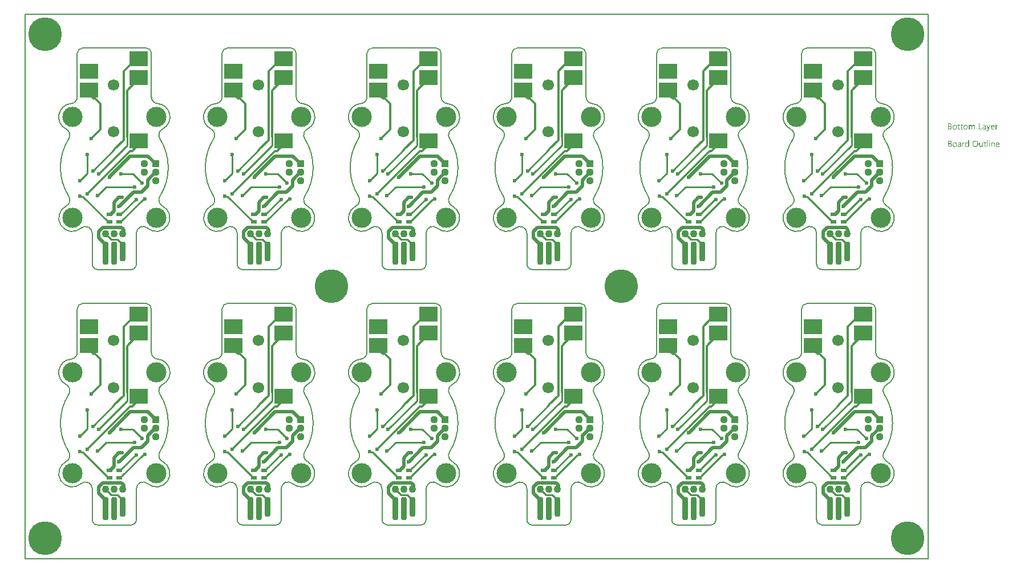
<source format=gbl>
G04*
G04 #@! TF.GenerationSoftware,Altium Limited,Altium Designer,21.8.1 (53)*
G04*
G04 Layer_Physical_Order=2*
G04 Layer_Color=16711680*
%FSAX25Y25*%
%MOIN*%
G70*
G04*
G04 #@! TF.SameCoordinates,360D38BB-5A27-4593-86B5-486E9D4ED2DC*
G04*
G04*
G04 #@! TF.FilePolarity,Positive*
G04*
G01*
G75*
%ADD22C,0.00787*%
%ADD23C,0.00984*%
%ADD24C,0.01968*%
%ADD25C,0.01181*%
%ADD26C,0.00591*%
%ADD27C,0.19685*%
%ADD28C,0.06693*%
%ADD29C,0.11811*%
%ADD30C,0.04370*%
%ADD31R,0.04370X0.04370*%
%ADD32C,0.02362*%
%ADD33R,0.11024X0.08661*%
G04:AMPARAMS|DCode=34|XSize=35.43mil|YSize=135.83mil|CornerRadius=13.82mil|HoleSize=0mil|Usage=FLASHONLY|Rotation=180.000|XOffset=0mil|YOffset=0mil|HoleType=Round|Shape=RoundedRectangle|*
%AMROUNDEDRECTD34*
21,1,0.03543,0.10819,0,0,180.0*
21,1,0.00780,0.13583,0,0,180.0*
1,1,0.02764,-0.00390,0.05409*
1,1,0.02764,0.00390,0.05409*
1,1,0.02764,0.00390,-0.05409*
1,1,0.02764,-0.00390,-0.05409*
%
%ADD34ROUNDEDRECTD34*%
G04:AMPARAMS|DCode=35|XSize=35.43mil|YSize=116.14mil|CornerRadius=13.82mil|HoleSize=0mil|Usage=FLASHONLY|Rotation=180.000|XOffset=0mil|YOffset=0mil|HoleType=Round|Shape=RoundedRectangle|*
%AMROUNDEDRECTD35*
21,1,0.03543,0.08850,0,0,180.0*
21,1,0.00780,0.11614,0,0,180.0*
1,1,0.02764,-0.00390,0.04425*
1,1,0.02764,0.00390,0.04425*
1,1,0.02764,0.00390,-0.04425*
1,1,0.02764,-0.00390,-0.04425*
%
%ADD35ROUNDEDRECTD35*%
%ADD36R,0.03543X0.02362*%
%ADD37C,0.04331*%
G36*
X0534621Y0233863D02*
X0534677Y0233851D01*
X0534739Y0233838D01*
X0534807Y0233814D01*
X0534888Y0233783D01*
X0534962Y0233739D01*
X0535042Y0233690D01*
X0535117Y0233622D01*
X0535185Y0233535D01*
X0535247Y0233436D01*
X0535302Y0233325D01*
X0535339Y0233182D01*
X0535370Y0233027D01*
X0535377Y0232848D01*
Y0231300D01*
X0534974D01*
Y0232743D01*
Y0232749D01*
Y0232761D01*
Y0232780D01*
Y0232811D01*
X0534968Y0232885D01*
X0534956Y0232972D01*
X0534943Y0233071D01*
X0534919Y0233170D01*
X0534888Y0233263D01*
X0534844Y0233343D01*
X0534838Y0233349D01*
X0534820Y0233374D01*
X0534789Y0233405D01*
X0534739Y0233436D01*
X0534683Y0233473D01*
X0534609Y0233498D01*
X0534516Y0233523D01*
X0534411Y0233529D01*
X0534399D01*
X0534368Y0233523D01*
X0534318Y0233516D01*
X0534256Y0233498D01*
X0534188Y0233473D01*
X0534114Y0233430D01*
X0534040Y0233374D01*
X0533972Y0233294D01*
X0533965Y0233281D01*
X0533947Y0233250D01*
X0533916Y0233201D01*
X0533885Y0233133D01*
X0533848Y0233052D01*
X0533823Y0232959D01*
X0533798Y0232848D01*
X0533792Y0232730D01*
Y0231300D01*
X0533390D01*
Y0232792D01*
Y0232798D01*
Y0232823D01*
X0533384Y0232860D01*
Y0232910D01*
X0533371Y0232965D01*
X0533359Y0233027D01*
X0533340Y0233089D01*
X0533322Y0233164D01*
X0533291Y0233232D01*
X0533253Y0233294D01*
X0533204Y0233355D01*
X0533148Y0233411D01*
X0533086Y0233461D01*
X0533006Y0233498D01*
X0532919Y0233523D01*
X0532820Y0233529D01*
X0532808D01*
X0532777Y0233523D01*
X0532727Y0233516D01*
X0532665Y0233504D01*
X0532597Y0233473D01*
X0532523Y0233436D01*
X0532449Y0233380D01*
X0532381Y0233306D01*
X0532374Y0233294D01*
X0532356Y0233269D01*
X0532325Y0233219D01*
X0532294Y0233151D01*
X0532263Y0233071D01*
X0532232Y0232972D01*
X0532214Y0232860D01*
X0532207Y0232730D01*
Y0231300D01*
X0531805D01*
Y0233814D01*
X0532207D01*
Y0233411D01*
X0532220D01*
X0532226Y0233417D01*
X0532232Y0233430D01*
X0532251Y0233454D01*
X0532269Y0233486D01*
X0532331Y0233554D01*
X0532418Y0233640D01*
X0532529Y0233727D01*
X0532659Y0233795D01*
X0532740Y0233826D01*
X0532820Y0233851D01*
X0532907Y0233863D01*
X0533000Y0233869D01*
X0533043D01*
X0533093Y0233863D01*
X0533154Y0233851D01*
X0533223Y0233832D01*
X0533297Y0233807D01*
X0533371Y0233776D01*
X0533445Y0233727D01*
X0533452Y0233721D01*
X0533476Y0233702D01*
X0533507Y0233671D01*
X0533551Y0233628D01*
X0533594Y0233572D01*
X0533637Y0233510D01*
X0533681Y0233436D01*
X0533712Y0233349D01*
X0533718Y0233355D01*
X0533724Y0233374D01*
X0533743Y0233399D01*
X0533761Y0233430D01*
X0533792Y0233473D01*
X0533829Y0233516D01*
X0533873Y0233560D01*
X0533922Y0233609D01*
X0533978Y0233659D01*
X0534040Y0233702D01*
X0534108Y0233752D01*
X0534182Y0233789D01*
X0534263Y0233820D01*
X0534349Y0233844D01*
X0534448Y0233863D01*
X0534547Y0233869D01*
X0534584D01*
X0534621Y0233863D01*
D02*
G37*
G36*
X0548654Y0233851D02*
X0548729Y0233844D01*
X0548772Y0233832D01*
X0548803Y0233820D01*
Y0233405D01*
X0548797Y0233411D01*
X0548784Y0233417D01*
X0548760Y0233430D01*
X0548729Y0233448D01*
X0548685Y0233461D01*
X0548630Y0233473D01*
X0548568Y0233479D01*
X0548499Y0233486D01*
X0548487D01*
X0548456Y0233479D01*
X0548407Y0233473D01*
X0548351Y0233454D01*
X0548277Y0233424D01*
X0548209Y0233380D01*
X0548134Y0233318D01*
X0548066Y0233238D01*
X0548060Y0233225D01*
X0548041Y0233194D01*
X0548010Y0233139D01*
X0547979Y0233065D01*
X0547949Y0232972D01*
X0547918Y0232854D01*
X0547899Y0232724D01*
X0547893Y0232575D01*
Y0231300D01*
X0547491D01*
Y0233814D01*
X0547893D01*
Y0233294D01*
X0547905D01*
Y0233300D01*
X0547911Y0233306D01*
X0547924Y0233337D01*
X0547942Y0233386D01*
X0547973Y0233448D01*
X0548004Y0233510D01*
X0548054Y0233578D01*
X0548103Y0233646D01*
X0548165Y0233708D01*
X0548171Y0233715D01*
X0548196Y0233733D01*
X0548233Y0233758D01*
X0548283Y0233783D01*
X0548339Y0233807D01*
X0548407Y0233832D01*
X0548481Y0233851D01*
X0548561Y0233857D01*
X0548617D01*
X0548654Y0233851D01*
D02*
G37*
G36*
X0543275Y0230898D02*
X0543269Y0230892D01*
X0543263Y0230867D01*
X0543244Y0230824D01*
X0543219Y0230774D01*
X0543188Y0230718D01*
X0543145Y0230650D01*
X0543102Y0230582D01*
X0543052Y0230508D01*
X0542990Y0230434D01*
X0542929Y0230366D01*
X0542854Y0230298D01*
X0542774Y0230242D01*
X0542693Y0230192D01*
X0542600Y0230149D01*
X0542508Y0230124D01*
X0542402Y0230118D01*
X0542347D01*
X0542310Y0230124D01*
X0542229Y0230137D01*
X0542142Y0230155D01*
Y0230514D01*
X0542148D01*
X0542167Y0230508D01*
X0542192Y0230502D01*
X0542223Y0230496D01*
X0542297Y0230477D01*
X0542378Y0230471D01*
X0542390D01*
X0542427Y0230477D01*
X0542483Y0230489D01*
X0542551Y0230514D01*
X0542625Y0230558D01*
X0542662Y0230589D01*
X0542699Y0230626D01*
X0542737Y0230663D01*
X0542774Y0230712D01*
X0542805Y0230768D01*
X0542836Y0230830D01*
X0543040Y0231300D01*
X0542056Y0233814D01*
X0542501D01*
X0543182Y0231876D01*
Y0231870D01*
X0543188Y0231857D01*
X0543195Y0231839D01*
X0543201Y0231814D01*
X0543207Y0231777D01*
X0543219Y0231740D01*
X0543232Y0231684D01*
X0543250D01*
Y0231697D01*
X0543263Y0231734D01*
X0543275Y0231789D01*
X0543300Y0231870D01*
X0544012Y0233814D01*
X0544426D01*
X0543275Y0230898D01*
D02*
G37*
G36*
X0540867Y0233863D02*
X0540923Y0233857D01*
X0540991Y0233838D01*
X0541065Y0233820D01*
X0541146Y0233789D01*
X0541232Y0233752D01*
X0541313Y0233702D01*
X0541393Y0233640D01*
X0541468Y0233566D01*
X0541536Y0233473D01*
X0541591Y0233368D01*
X0541635Y0233244D01*
X0541659Y0233102D01*
X0541672Y0232935D01*
Y0231300D01*
X0541270D01*
Y0231690D01*
X0541257D01*
Y0231684D01*
X0541245Y0231672D01*
X0541232Y0231647D01*
X0541208Y0231622D01*
X0541146Y0231548D01*
X0541065Y0231468D01*
X0540954Y0231387D01*
X0540824Y0231313D01*
X0540743Y0231288D01*
X0540663Y0231263D01*
X0540576Y0231251D01*
X0540483Y0231245D01*
X0540446D01*
X0540421Y0231251D01*
X0540353Y0231257D01*
X0540273Y0231270D01*
X0540174Y0231294D01*
X0540081Y0231325D01*
X0539982Y0231375D01*
X0539895Y0231437D01*
X0539889Y0231449D01*
X0539864Y0231474D01*
X0539827Y0231517D01*
X0539790Y0231579D01*
X0539753Y0231653D01*
X0539716Y0231740D01*
X0539691Y0231845D01*
X0539685Y0231963D01*
Y0231969D01*
Y0231994D01*
X0539691Y0232031D01*
X0539697Y0232074D01*
X0539710Y0232130D01*
X0539728Y0232192D01*
X0539753Y0232260D01*
X0539790Y0232328D01*
X0539833Y0232402D01*
X0539889Y0232476D01*
X0539957Y0232545D01*
X0540038Y0232607D01*
X0540131Y0232668D01*
X0540242Y0232718D01*
X0540366Y0232755D01*
X0540514Y0232786D01*
X0541270Y0232891D01*
Y0232897D01*
Y0232916D01*
X0541263Y0232953D01*
Y0232990D01*
X0541251Y0233040D01*
X0541245Y0233096D01*
X0541208Y0233213D01*
X0541177Y0233269D01*
X0541146Y0233325D01*
X0541102Y0233380D01*
X0541053Y0233430D01*
X0540991Y0233473D01*
X0540923Y0233504D01*
X0540842Y0233523D01*
X0540750Y0233529D01*
X0540706D01*
X0540675Y0233523D01*
X0540632D01*
X0540589Y0233510D01*
X0540477Y0233492D01*
X0540353Y0233454D01*
X0540217Y0233399D01*
X0540143Y0233362D01*
X0540075Y0233325D01*
X0540001Y0233275D01*
X0539932Y0233219D01*
Y0233634D01*
X0539939D01*
X0539951Y0233646D01*
X0539970Y0233659D01*
X0540001Y0233671D01*
X0540032Y0233690D01*
X0540075Y0233708D01*
X0540124Y0233727D01*
X0540180Y0233752D01*
X0540304Y0233795D01*
X0540452Y0233832D01*
X0540613Y0233857D01*
X0540787Y0233869D01*
X0540824D01*
X0540867Y0233863D01*
D02*
G37*
G36*
X0537977Y0231672D02*
X0539388D01*
Y0231300D01*
X0537562D01*
Y0234816D01*
X0537977D01*
Y0231672D01*
D02*
G37*
G36*
X0520762Y0234810D02*
X0520805D01*
X0520849Y0234804D01*
X0520948Y0234792D01*
X0521065Y0234761D01*
X0521189Y0234723D01*
X0521307Y0234668D01*
X0521412Y0234594D01*
X0521418D01*
X0521424Y0234581D01*
X0521455Y0234556D01*
X0521499Y0234507D01*
X0521548Y0234439D01*
X0521592Y0234352D01*
X0521635Y0234253D01*
X0521666Y0234142D01*
X0521678Y0234080D01*
Y0234012D01*
Y0234005D01*
Y0233999D01*
Y0233962D01*
X0521672Y0233906D01*
X0521660Y0233838D01*
X0521641Y0233752D01*
X0521610Y0233665D01*
X0521573Y0233578D01*
X0521517Y0233492D01*
X0521511Y0233479D01*
X0521486Y0233454D01*
X0521449Y0233417D01*
X0521400Y0233368D01*
X0521338Y0233318D01*
X0521264Y0233263D01*
X0521171Y0233219D01*
X0521072Y0233176D01*
Y0233170D01*
X0521090D01*
X0521109Y0233164D01*
X0521127Y0233157D01*
X0521195Y0233145D01*
X0521276Y0233120D01*
X0521362Y0233083D01*
X0521455Y0233040D01*
X0521548Y0232978D01*
X0521635Y0232897D01*
X0521647Y0232885D01*
X0521672Y0232854D01*
X0521703Y0232811D01*
X0521746Y0232743D01*
X0521783Y0232656D01*
X0521821Y0232557D01*
X0521845Y0232439D01*
X0521851Y0232309D01*
Y0232303D01*
Y0232291D01*
Y0232266D01*
X0521845Y0232235D01*
X0521839Y0232198D01*
X0521833Y0232155D01*
X0521808Y0232049D01*
X0521771Y0231932D01*
X0521715Y0231808D01*
X0521678Y0231752D01*
X0521635Y0231690D01*
X0521579Y0231635D01*
X0521524Y0231579D01*
X0521517D01*
X0521511Y0231567D01*
X0521492Y0231554D01*
X0521468Y0231536D01*
X0521437Y0231517D01*
X0521393Y0231492D01*
X0521301Y0231443D01*
X0521183Y0231387D01*
X0521047Y0231344D01*
X0520886Y0231313D01*
X0520805Y0231307D01*
X0520713Y0231300D01*
X0519685D01*
Y0234816D01*
X0520731D01*
X0520762Y0234810D01*
D02*
G37*
G36*
X0527689Y0233814D02*
X0528326D01*
Y0233467D01*
X0527689D01*
Y0232049D01*
Y0232037D01*
Y0232006D01*
X0527695Y0231963D01*
X0527701Y0231907D01*
X0527726Y0231789D01*
X0527744Y0231734D01*
X0527775Y0231690D01*
X0527781Y0231684D01*
X0527794Y0231672D01*
X0527812Y0231659D01*
X0527844Y0231641D01*
X0527881Y0231616D01*
X0527930Y0231604D01*
X0527992Y0231591D01*
X0528060Y0231585D01*
X0528085D01*
X0528116Y0231591D01*
X0528153Y0231597D01*
X0528240Y0231622D01*
X0528283Y0231641D01*
X0528326Y0231666D01*
Y0231319D01*
X0528320D01*
X0528301Y0231307D01*
X0528271Y0231300D01*
X0528227Y0231288D01*
X0528171Y0231276D01*
X0528110Y0231263D01*
X0528035Y0231257D01*
X0527949Y0231251D01*
X0527918D01*
X0527887Y0231257D01*
X0527844Y0231263D01*
X0527794Y0231276D01*
X0527738Y0231288D01*
X0527682Y0231313D01*
X0527621Y0231344D01*
X0527559Y0231381D01*
X0527497Y0231430D01*
X0527441Y0231486D01*
X0527392Y0231560D01*
X0527348Y0231641D01*
X0527317Y0231740D01*
X0527292Y0231851D01*
X0527286Y0231981D01*
Y0233467D01*
X0526859D01*
Y0233814D01*
X0527286D01*
Y0234426D01*
X0527689Y0234556D01*
Y0233814D01*
D02*
G37*
G36*
X0525986D02*
X0526624D01*
Y0233467D01*
X0525986D01*
Y0232049D01*
Y0232037D01*
Y0232006D01*
X0525993Y0231963D01*
X0525999Y0231907D01*
X0526024Y0231789D01*
X0526042Y0231734D01*
X0526073Y0231690D01*
X0526079Y0231684D01*
X0526092Y0231672D01*
X0526110Y0231659D01*
X0526141Y0231641D01*
X0526178Y0231616D01*
X0526228Y0231604D01*
X0526290Y0231591D01*
X0526358Y0231585D01*
X0526383D01*
X0526414Y0231591D01*
X0526451Y0231597D01*
X0526537Y0231622D01*
X0526581Y0231641D01*
X0526624Y0231666D01*
Y0231319D01*
X0526618D01*
X0526599Y0231307D01*
X0526568Y0231300D01*
X0526525Y0231288D01*
X0526469Y0231276D01*
X0526407Y0231263D01*
X0526333Y0231257D01*
X0526246Y0231251D01*
X0526216D01*
X0526185Y0231257D01*
X0526141Y0231263D01*
X0526092Y0231276D01*
X0526036Y0231288D01*
X0525980Y0231313D01*
X0525918Y0231344D01*
X0525856Y0231381D01*
X0525795Y0231430D01*
X0525739Y0231486D01*
X0525689Y0231560D01*
X0525646Y0231641D01*
X0525615Y0231740D01*
X0525590Y0231851D01*
X0525584Y0231981D01*
Y0233467D01*
X0525157D01*
Y0233814D01*
X0525584D01*
Y0234426D01*
X0525986Y0234556D01*
Y0233814D01*
D02*
G37*
G36*
X0545931Y0233863D02*
X0545974Y0233857D01*
X0546017Y0233851D01*
X0546129Y0233832D01*
X0546252Y0233789D01*
X0546376Y0233733D01*
X0546438Y0233696D01*
X0546500Y0233653D01*
X0546556Y0233603D01*
X0546611Y0233547D01*
X0546618Y0233541D01*
X0546624Y0233535D01*
X0546636Y0233516D01*
X0546655Y0233492D01*
X0546673Y0233454D01*
X0546698Y0233417D01*
X0546723Y0233374D01*
X0546748Y0233318D01*
X0546772Y0233256D01*
X0546797Y0233194D01*
X0546822Y0233120D01*
X0546841Y0233040D01*
X0546859Y0232953D01*
X0546872Y0232867D01*
X0546884Y0232767D01*
Y0232662D01*
Y0232452D01*
X0545107D01*
Y0232446D01*
Y0232433D01*
Y0232415D01*
X0545114Y0232384D01*
X0545120Y0232347D01*
Y0232309D01*
X0545138Y0232210D01*
X0545169Y0232111D01*
X0545206Y0232000D01*
X0545262Y0231895D01*
X0545330Y0231802D01*
X0545343Y0231789D01*
X0545367Y0231765D01*
X0545417Y0231734D01*
X0545485Y0231690D01*
X0545572Y0231647D01*
X0545671Y0231616D01*
X0545788Y0231591D01*
X0545924Y0231579D01*
X0545968D01*
X0545999Y0231585D01*
X0546036D01*
X0546079Y0231591D01*
X0546184Y0231616D01*
X0546302Y0231647D01*
X0546432Y0231697D01*
X0546568Y0231765D01*
X0546636Y0231808D01*
X0546704Y0231857D01*
Y0231480D01*
X0546698D01*
X0546692Y0231468D01*
X0546673Y0231461D01*
X0546642Y0231443D01*
X0546611Y0231424D01*
X0546574Y0231406D01*
X0546525Y0231387D01*
X0546475Y0231362D01*
X0546414Y0231337D01*
X0546345Y0231319D01*
X0546197Y0231282D01*
X0546024Y0231257D01*
X0545832Y0231245D01*
X0545782D01*
X0545745Y0231251D01*
X0545702Y0231257D01*
X0545646Y0231263D01*
X0545528Y0231288D01*
X0545392Y0231325D01*
X0545256Y0231387D01*
X0545188Y0231430D01*
X0545120Y0231474D01*
X0545058Y0231523D01*
X0544996Y0231585D01*
X0544990Y0231591D01*
X0544984Y0231604D01*
X0544971Y0231622D01*
X0544946Y0231647D01*
X0544928Y0231684D01*
X0544903Y0231728D01*
X0544872Y0231777D01*
X0544847Y0231833D01*
X0544816Y0231895D01*
X0544792Y0231969D01*
X0544761Y0232049D01*
X0544742Y0232136D01*
X0544724Y0232229D01*
X0544705Y0232328D01*
X0544699Y0232433D01*
X0544693Y0232545D01*
Y0232551D01*
Y0232569D01*
Y0232600D01*
X0544699Y0232644D01*
X0544705Y0232693D01*
X0544711Y0232749D01*
X0544717Y0232817D01*
X0544736Y0232885D01*
X0544773Y0233034D01*
X0544829Y0233194D01*
X0544866Y0233275D01*
X0544915Y0233349D01*
X0544965Y0233430D01*
X0545021Y0233498D01*
X0545027Y0233504D01*
X0545039Y0233516D01*
X0545058Y0233535D01*
X0545083Y0233554D01*
X0545114Y0233584D01*
X0545151Y0233615D01*
X0545200Y0233646D01*
X0545250Y0233684D01*
X0545367Y0233752D01*
X0545510Y0233814D01*
X0545590Y0233832D01*
X0545671Y0233851D01*
X0545757Y0233863D01*
X0545850Y0233869D01*
X0545900D01*
X0545931Y0233863D01*
D02*
G37*
G36*
X0530066D02*
X0530109Y0233857D01*
X0530165Y0233851D01*
X0530289Y0233826D01*
X0530431Y0233783D01*
X0530573Y0233721D01*
X0530648Y0233684D01*
X0530716Y0233640D01*
X0530784Y0233584D01*
X0530846Y0233523D01*
X0530852Y0233516D01*
X0530858Y0233504D01*
X0530877Y0233486D01*
X0530895Y0233461D01*
X0530920Y0233424D01*
X0530945Y0233380D01*
X0530976Y0233331D01*
X0531006Y0233275D01*
X0531031Y0233207D01*
X0531062Y0233139D01*
X0531087Y0233058D01*
X0531112Y0232972D01*
X0531130Y0232879D01*
X0531149Y0232780D01*
X0531155Y0232675D01*
X0531161Y0232563D01*
Y0232557D01*
Y0232538D01*
Y0232507D01*
X0531155Y0232464D01*
X0531149Y0232415D01*
X0531143Y0232353D01*
X0531130Y0232291D01*
X0531118Y0232217D01*
X0531081Y0232068D01*
X0531019Y0231907D01*
X0530982Y0231826D01*
X0530932Y0231746D01*
X0530883Y0231672D01*
X0530821Y0231604D01*
X0530815Y0231597D01*
X0530802Y0231591D01*
X0530784Y0231573D01*
X0530759Y0231548D01*
X0530722Y0231523D01*
X0530685Y0231492D01*
X0530635Y0231455D01*
X0530579Y0231424D01*
X0530517Y0231393D01*
X0530449Y0231356D01*
X0530375Y0231325D01*
X0530295Y0231300D01*
X0530208Y0231276D01*
X0530115Y0231263D01*
X0530016Y0231251D01*
X0529911Y0231245D01*
X0529855D01*
X0529818Y0231251D01*
X0529775Y0231257D01*
X0529719Y0231263D01*
X0529657Y0231276D01*
X0529589Y0231288D01*
X0529447Y0231331D01*
X0529298Y0231393D01*
X0529224Y0231430D01*
X0529156Y0231480D01*
X0529088Y0231529D01*
X0529019Y0231591D01*
X0529013Y0231597D01*
X0529007Y0231610D01*
X0528989Y0231628D01*
X0528970Y0231653D01*
X0528945Y0231690D01*
X0528914Y0231734D01*
X0528883Y0231783D01*
X0528859Y0231839D01*
X0528828Y0231907D01*
X0528797Y0231975D01*
X0528766Y0232049D01*
X0528741Y0232136D01*
X0528704Y0232322D01*
X0528698Y0232421D01*
X0528691Y0232526D01*
Y0232532D01*
Y0232557D01*
Y0232588D01*
X0528698Y0232631D01*
X0528704Y0232681D01*
X0528710Y0232743D01*
X0528722Y0232811D01*
X0528735Y0232885D01*
X0528772Y0233046D01*
X0528834Y0233207D01*
X0528877Y0233287D01*
X0528921Y0233368D01*
X0528970Y0233442D01*
X0529032Y0233510D01*
X0529038Y0233516D01*
X0529050Y0233529D01*
X0529069Y0233541D01*
X0529094Y0233566D01*
X0529131Y0233591D01*
X0529174Y0233622D01*
X0529224Y0233659D01*
X0529280Y0233690D01*
X0529341Y0233721D01*
X0529416Y0233758D01*
X0529490Y0233789D01*
X0529577Y0233814D01*
X0529663Y0233838D01*
X0529762Y0233857D01*
X0529868Y0233863D01*
X0529973Y0233869D01*
X0530028D01*
X0530066Y0233863D01*
D02*
G37*
G36*
X0523715D02*
X0523758Y0233857D01*
X0523814Y0233851D01*
X0523938Y0233826D01*
X0524080Y0233783D01*
X0524222Y0233721D01*
X0524297Y0233684D01*
X0524365Y0233640D01*
X0524433Y0233584D01*
X0524495Y0233523D01*
X0524501Y0233516D01*
X0524507Y0233504D01*
X0524526Y0233486D01*
X0524544Y0233461D01*
X0524569Y0233424D01*
X0524594Y0233380D01*
X0524625Y0233331D01*
X0524656Y0233275D01*
X0524680Y0233207D01*
X0524711Y0233139D01*
X0524736Y0233058D01*
X0524761Y0232972D01*
X0524779Y0232879D01*
X0524798Y0232780D01*
X0524804Y0232675D01*
X0524810Y0232563D01*
Y0232557D01*
Y0232538D01*
Y0232507D01*
X0524804Y0232464D01*
X0524798Y0232415D01*
X0524792Y0232353D01*
X0524779Y0232291D01*
X0524767Y0232217D01*
X0524730Y0232068D01*
X0524668Y0231907D01*
X0524631Y0231826D01*
X0524581Y0231746D01*
X0524532Y0231672D01*
X0524470Y0231604D01*
X0524464Y0231597D01*
X0524451Y0231591D01*
X0524433Y0231573D01*
X0524408Y0231548D01*
X0524371Y0231523D01*
X0524334Y0231492D01*
X0524284Y0231455D01*
X0524228Y0231424D01*
X0524167Y0231393D01*
X0524098Y0231356D01*
X0524024Y0231325D01*
X0523944Y0231300D01*
X0523857Y0231276D01*
X0523764Y0231263D01*
X0523665Y0231251D01*
X0523560Y0231245D01*
X0523504D01*
X0523467Y0231251D01*
X0523424Y0231257D01*
X0523368Y0231263D01*
X0523306Y0231276D01*
X0523238Y0231288D01*
X0523096Y0231331D01*
X0522947Y0231393D01*
X0522873Y0231430D01*
X0522805Y0231480D01*
X0522737Y0231529D01*
X0522669Y0231591D01*
X0522662Y0231597D01*
X0522656Y0231610D01*
X0522638Y0231628D01*
X0522619Y0231653D01*
X0522594Y0231690D01*
X0522563Y0231734D01*
X0522532Y0231783D01*
X0522508Y0231839D01*
X0522477Y0231907D01*
X0522446Y0231975D01*
X0522415Y0232049D01*
X0522390Y0232136D01*
X0522353Y0232322D01*
X0522347Y0232421D01*
X0522340Y0232526D01*
Y0232532D01*
Y0232557D01*
Y0232588D01*
X0522347Y0232631D01*
X0522353Y0232681D01*
X0522359Y0232743D01*
X0522371Y0232811D01*
X0522384Y0232885D01*
X0522421Y0233046D01*
X0522483Y0233207D01*
X0522526Y0233287D01*
X0522570Y0233368D01*
X0522619Y0233442D01*
X0522681Y0233510D01*
X0522687Y0233516D01*
X0522700Y0233529D01*
X0522718Y0233541D01*
X0522743Y0233566D01*
X0522780Y0233591D01*
X0522823Y0233622D01*
X0522873Y0233659D01*
X0522929Y0233690D01*
X0522991Y0233721D01*
X0523065Y0233758D01*
X0523139Y0233789D01*
X0523226Y0233814D01*
X0523312Y0233838D01*
X0523411Y0233857D01*
X0523517Y0233863D01*
X0523622Y0233869D01*
X0523678D01*
X0523715Y0233863D01*
D02*
G37*
G36*
X0543894Y0224783D02*
X0543919D01*
X0543975Y0224758D01*
X0544005Y0224740D01*
X0544036Y0224715D01*
X0544043Y0224709D01*
X0544049Y0224703D01*
X0544080Y0224666D01*
X0544105Y0224604D01*
X0544111Y0224567D01*
X0544117Y0224529D01*
Y0224523D01*
Y0224511D01*
X0544111Y0224492D01*
X0544105Y0224467D01*
X0544086Y0224406D01*
X0544061Y0224375D01*
X0544036Y0224344D01*
X0544030D01*
X0544024Y0224331D01*
X0543987Y0224307D01*
X0543931Y0224282D01*
X0543894Y0224276D01*
X0543857Y0224269D01*
X0543838D01*
X0543820Y0224276D01*
X0543795D01*
X0543733Y0224300D01*
X0543702Y0224313D01*
X0543671Y0224338D01*
Y0224344D01*
X0543659Y0224350D01*
X0543646Y0224368D01*
X0543634Y0224387D01*
X0543609Y0224449D01*
X0543603Y0224486D01*
X0543597Y0224529D01*
Y0224536D01*
Y0224548D01*
X0543603Y0224567D01*
X0543609Y0224598D01*
X0543628Y0224653D01*
X0543646Y0224684D01*
X0543671Y0224715D01*
X0543678Y0224721D01*
X0543684Y0224728D01*
X0543721Y0224752D01*
X0543783Y0224777D01*
X0543820Y0224789D01*
X0543876D01*
X0543894Y0224783D01*
D02*
G37*
G36*
X0531904Y0221119D02*
X0531502D01*
Y0221540D01*
X0531489D01*
Y0221533D01*
X0531477Y0221521D01*
X0531458Y0221496D01*
X0531440Y0221465D01*
X0531409Y0221428D01*
X0531372Y0221391D01*
X0531328Y0221348D01*
X0531279Y0221304D01*
X0531223Y0221255D01*
X0531155Y0221212D01*
X0531087Y0221174D01*
X0531006Y0221137D01*
X0530926Y0221106D01*
X0530833Y0221082D01*
X0530734Y0221069D01*
X0530629Y0221063D01*
X0530586D01*
X0530548Y0221069D01*
X0530511Y0221075D01*
X0530462Y0221082D01*
X0530357Y0221106D01*
X0530233Y0221144D01*
X0530109Y0221205D01*
X0530041Y0221242D01*
X0529985Y0221286D01*
X0529923Y0221341D01*
X0529868Y0221397D01*
Y0221403D01*
X0529855Y0221416D01*
X0529843Y0221434D01*
X0529824Y0221459D01*
X0529806Y0221490D01*
X0529781Y0221533D01*
X0529756Y0221583D01*
X0529731Y0221639D01*
X0529701Y0221701D01*
X0529676Y0221769D01*
X0529651Y0221843D01*
X0529632Y0221923D01*
X0529614Y0222010D01*
X0529601Y0222109D01*
X0529595Y0222208D01*
X0529589Y0222313D01*
Y0222320D01*
Y0222338D01*
Y0222375D01*
X0529595Y0222419D01*
X0529601Y0222468D01*
X0529608Y0222530D01*
X0529614Y0222598D01*
X0529626Y0222672D01*
X0529663Y0222833D01*
X0529719Y0223001D01*
X0529756Y0223081D01*
X0529800Y0223161D01*
X0529843Y0223236D01*
X0529899Y0223310D01*
X0529905Y0223316D01*
X0529911Y0223328D01*
X0529929Y0223347D01*
X0529954Y0223372D01*
X0529985Y0223397D01*
X0530028Y0223428D01*
X0530072Y0223465D01*
X0530121Y0223502D01*
X0530245Y0223570D01*
X0530387Y0223632D01*
X0530468Y0223650D01*
X0530555Y0223669D01*
X0530641Y0223681D01*
X0530740Y0223688D01*
X0530790D01*
X0530827Y0223681D01*
X0530864Y0223675D01*
X0530914Y0223669D01*
X0531025Y0223638D01*
X0531149Y0223588D01*
X0531211Y0223558D01*
X0531273Y0223514D01*
X0531335Y0223471D01*
X0531390Y0223415D01*
X0531440Y0223353D01*
X0531489Y0223279D01*
X0531502D01*
Y0224839D01*
X0531904D01*
Y0221119D01*
D02*
G37*
G36*
X0546172Y0223681D02*
X0546246Y0223675D01*
X0546339Y0223657D01*
X0546438Y0223626D01*
X0546543Y0223576D01*
X0546649Y0223508D01*
X0546692Y0223471D01*
X0546735Y0223421D01*
X0546748Y0223409D01*
X0546772Y0223372D01*
X0546803Y0223310D01*
X0546847Y0223223D01*
X0546884Y0223118D01*
X0546921Y0222988D01*
X0546946Y0222833D01*
X0546952Y0222654D01*
Y0221119D01*
X0546550D01*
Y0222549D01*
Y0222555D01*
Y0222586D01*
X0546543Y0222623D01*
Y0222672D01*
X0546531Y0222734D01*
X0546519Y0222802D01*
X0546500Y0222877D01*
X0546475Y0222951D01*
X0546444Y0223025D01*
X0546407Y0223093D01*
X0546358Y0223161D01*
X0546302Y0223223D01*
X0546240Y0223273D01*
X0546160Y0223310D01*
X0546073Y0223341D01*
X0545968Y0223347D01*
X0545955D01*
X0545918Y0223341D01*
X0545862Y0223335D01*
X0545794Y0223316D01*
X0545714Y0223291D01*
X0545627Y0223248D01*
X0545547Y0223192D01*
X0545466Y0223118D01*
X0545460Y0223106D01*
X0545435Y0223081D01*
X0545404Y0223031D01*
X0545367Y0222963D01*
X0545330Y0222883D01*
X0545299Y0222784D01*
X0545274Y0222672D01*
X0545268Y0222549D01*
Y0221119D01*
X0544866D01*
Y0223632D01*
X0545268D01*
Y0223211D01*
X0545281D01*
X0545287Y0223217D01*
X0545293Y0223230D01*
X0545312Y0223254D01*
X0545336Y0223285D01*
X0545361Y0223322D01*
X0545398Y0223359D01*
X0545442Y0223403D01*
X0545491Y0223452D01*
X0545547Y0223496D01*
X0545609Y0223539D01*
X0545677Y0223576D01*
X0545751Y0223613D01*
X0545825Y0223644D01*
X0545912Y0223669D01*
X0546005Y0223681D01*
X0546104Y0223688D01*
X0546141D01*
X0546172Y0223681D01*
D02*
G37*
G36*
X0529174Y0223669D02*
X0529249Y0223663D01*
X0529292Y0223650D01*
X0529323Y0223638D01*
Y0223223D01*
X0529317Y0223230D01*
X0529304Y0223236D01*
X0529280Y0223248D01*
X0529249Y0223267D01*
X0529205Y0223279D01*
X0529149Y0223291D01*
X0529088Y0223298D01*
X0529019Y0223304D01*
X0529007D01*
X0528976Y0223298D01*
X0528927Y0223291D01*
X0528871Y0223273D01*
X0528797Y0223242D01*
X0528729Y0223199D01*
X0528654Y0223137D01*
X0528586Y0223056D01*
X0528580Y0223044D01*
X0528561Y0223013D01*
X0528531Y0222957D01*
X0528500Y0222883D01*
X0528469Y0222790D01*
X0528438Y0222672D01*
X0528419Y0222542D01*
X0528413Y0222394D01*
Y0221119D01*
X0528011D01*
Y0223632D01*
X0528413D01*
Y0223112D01*
X0528425D01*
Y0223118D01*
X0528432Y0223124D01*
X0528444Y0223155D01*
X0528462Y0223205D01*
X0528493Y0223267D01*
X0528524Y0223328D01*
X0528574Y0223397D01*
X0528623Y0223465D01*
X0528685Y0223527D01*
X0528691Y0223533D01*
X0528716Y0223551D01*
X0528753Y0223576D01*
X0528803Y0223601D01*
X0528859Y0223626D01*
X0528927Y0223650D01*
X0529001Y0223669D01*
X0529081Y0223675D01*
X0529137D01*
X0529174Y0223669D01*
D02*
G37*
G36*
X0539914Y0221119D02*
X0539512D01*
Y0221515D01*
X0539499D01*
Y0221509D01*
X0539487Y0221496D01*
X0539474Y0221472D01*
X0539450Y0221447D01*
X0539394Y0221373D01*
X0539307Y0221292D01*
X0539258Y0221249D01*
X0539202Y0221205D01*
X0539140Y0221168D01*
X0539066Y0221131D01*
X0538992Y0221106D01*
X0538911Y0221082D01*
X0538818Y0221069D01*
X0538726Y0221063D01*
X0538688D01*
X0538645Y0221069D01*
X0538583Y0221082D01*
X0538515Y0221094D01*
X0538441Y0221119D01*
X0538360Y0221150D01*
X0538280Y0221199D01*
X0538193Y0221255D01*
X0538113Y0221323D01*
X0538038Y0221410D01*
X0537970Y0221515D01*
X0537908Y0221633D01*
X0537865Y0221775D01*
X0537840Y0221942D01*
X0537828Y0222029D01*
Y0222128D01*
Y0223632D01*
X0538224D01*
Y0222190D01*
Y0222183D01*
Y0222159D01*
X0538230Y0222115D01*
X0538237Y0222066D01*
X0538243Y0222004D01*
X0538255Y0221942D01*
X0538274Y0221868D01*
X0538298Y0221793D01*
X0538336Y0221719D01*
X0538373Y0221651D01*
X0538422Y0221583D01*
X0538484Y0221521D01*
X0538552Y0221472D01*
X0538633Y0221434D01*
X0538732Y0221403D01*
X0538837Y0221397D01*
X0538849D01*
X0538886Y0221403D01*
X0538942Y0221410D01*
X0539004Y0221422D01*
X0539084Y0221453D01*
X0539165Y0221490D01*
X0539245Y0221540D01*
X0539320Y0221614D01*
X0539326Y0221626D01*
X0539351Y0221651D01*
X0539382Y0221701D01*
X0539419Y0221769D01*
X0539450Y0221849D01*
X0539481Y0221948D01*
X0539505Y0222060D01*
X0539512Y0222183D01*
Y0223632D01*
X0539914D01*
Y0221119D01*
D02*
G37*
G36*
X0544049D02*
X0543646D01*
Y0223632D01*
X0544049D01*
Y0221119D01*
D02*
G37*
G36*
X0542829D02*
X0542427D01*
Y0224839D01*
X0542829D01*
Y0221119D01*
D02*
G37*
G36*
X0526451Y0223681D02*
X0526506Y0223675D01*
X0526575Y0223657D01*
X0526649Y0223638D01*
X0526729Y0223607D01*
X0526816Y0223570D01*
X0526896Y0223520D01*
X0526977Y0223459D01*
X0527051Y0223384D01*
X0527119Y0223291D01*
X0527175Y0223186D01*
X0527218Y0223062D01*
X0527243Y0222920D01*
X0527255Y0222753D01*
Y0221119D01*
X0526853D01*
Y0221509D01*
X0526841D01*
Y0221502D01*
X0526828Y0221490D01*
X0526816Y0221465D01*
X0526791Y0221441D01*
X0526729Y0221366D01*
X0526649Y0221286D01*
X0526537Y0221205D01*
X0526407Y0221131D01*
X0526327Y0221106D01*
X0526246Y0221082D01*
X0526160Y0221069D01*
X0526067Y0221063D01*
X0526030D01*
X0526005Y0221069D01*
X0525937Y0221075D01*
X0525856Y0221088D01*
X0525757Y0221112D01*
X0525665Y0221144D01*
X0525565Y0221193D01*
X0525479Y0221255D01*
X0525473Y0221267D01*
X0525448Y0221292D01*
X0525411Y0221335D01*
X0525374Y0221397D01*
X0525337Y0221472D01*
X0525299Y0221558D01*
X0525275Y0221663D01*
X0525268Y0221781D01*
Y0221787D01*
Y0221812D01*
X0525275Y0221849D01*
X0525281Y0221892D01*
X0525293Y0221948D01*
X0525312Y0222010D01*
X0525337Y0222078D01*
X0525374Y0222146D01*
X0525417Y0222220D01*
X0525473Y0222295D01*
X0525541Y0222363D01*
X0525621Y0222425D01*
X0525714Y0222487D01*
X0525826Y0222536D01*
X0525949Y0222573D01*
X0526098Y0222604D01*
X0526853Y0222709D01*
Y0222716D01*
Y0222734D01*
X0526847Y0222771D01*
Y0222809D01*
X0526834Y0222858D01*
X0526828Y0222914D01*
X0526791Y0223031D01*
X0526760Y0223087D01*
X0526729Y0223143D01*
X0526686Y0223199D01*
X0526636Y0223248D01*
X0526575Y0223291D01*
X0526506Y0223322D01*
X0526426Y0223341D01*
X0526333Y0223347D01*
X0526290D01*
X0526259Y0223341D01*
X0526216D01*
X0526172Y0223328D01*
X0526061Y0223310D01*
X0525937Y0223273D01*
X0525801Y0223217D01*
X0525727Y0223180D01*
X0525658Y0223143D01*
X0525584Y0223093D01*
X0525516Y0223038D01*
Y0223452D01*
X0525522D01*
X0525535Y0223465D01*
X0525553Y0223477D01*
X0525584Y0223489D01*
X0525615Y0223508D01*
X0525658Y0223527D01*
X0525708Y0223545D01*
X0525764Y0223570D01*
X0525887Y0223613D01*
X0526036Y0223650D01*
X0526197Y0223675D01*
X0526370Y0223688D01*
X0526407D01*
X0526451Y0223681D01*
D02*
G37*
G36*
X0520762Y0224628D02*
X0520805D01*
X0520849Y0224622D01*
X0520948Y0224610D01*
X0521065Y0224579D01*
X0521189Y0224542D01*
X0521307Y0224486D01*
X0521412Y0224412D01*
X0521418D01*
X0521424Y0224399D01*
X0521455Y0224375D01*
X0521499Y0224325D01*
X0521548Y0224257D01*
X0521592Y0224170D01*
X0521635Y0224071D01*
X0521666Y0223960D01*
X0521678Y0223898D01*
Y0223830D01*
Y0223824D01*
Y0223817D01*
Y0223780D01*
X0521672Y0223725D01*
X0521660Y0223657D01*
X0521641Y0223570D01*
X0521610Y0223483D01*
X0521573Y0223397D01*
X0521517Y0223310D01*
X0521511Y0223298D01*
X0521486Y0223273D01*
X0521449Y0223236D01*
X0521400Y0223186D01*
X0521338Y0223137D01*
X0521264Y0223081D01*
X0521171Y0223038D01*
X0521072Y0222994D01*
Y0222988D01*
X0521090D01*
X0521109Y0222982D01*
X0521127Y0222976D01*
X0521195Y0222963D01*
X0521276Y0222939D01*
X0521362Y0222901D01*
X0521455Y0222858D01*
X0521548Y0222796D01*
X0521635Y0222716D01*
X0521647Y0222703D01*
X0521672Y0222672D01*
X0521703Y0222629D01*
X0521746Y0222561D01*
X0521783Y0222474D01*
X0521821Y0222375D01*
X0521845Y0222258D01*
X0521851Y0222128D01*
Y0222122D01*
Y0222109D01*
Y0222084D01*
X0521845Y0222053D01*
X0521839Y0222016D01*
X0521833Y0221973D01*
X0521808Y0221868D01*
X0521771Y0221750D01*
X0521715Y0221626D01*
X0521678Y0221571D01*
X0521635Y0221509D01*
X0521579Y0221453D01*
X0521524Y0221397D01*
X0521517D01*
X0521511Y0221385D01*
X0521492Y0221373D01*
X0521468Y0221354D01*
X0521437Y0221335D01*
X0521393Y0221311D01*
X0521301Y0221261D01*
X0521183Y0221205D01*
X0521047Y0221162D01*
X0520886Y0221131D01*
X0520805Y0221125D01*
X0520713Y0221119D01*
X0519685D01*
Y0224635D01*
X0520731D01*
X0520762Y0224628D01*
D02*
G37*
G36*
X0541257Y0223632D02*
X0541895D01*
Y0223285D01*
X0541257D01*
Y0221868D01*
Y0221855D01*
Y0221824D01*
X0541263Y0221781D01*
X0541270Y0221725D01*
X0541294Y0221608D01*
X0541313Y0221552D01*
X0541344Y0221509D01*
X0541350Y0221502D01*
X0541362Y0221490D01*
X0541381Y0221478D01*
X0541412Y0221459D01*
X0541449Y0221434D01*
X0541499Y0221422D01*
X0541561Y0221410D01*
X0541629Y0221403D01*
X0541653D01*
X0541684Y0221410D01*
X0541721Y0221416D01*
X0541808Y0221441D01*
X0541851Y0221459D01*
X0541895Y0221484D01*
Y0221137D01*
X0541889D01*
X0541870Y0221125D01*
X0541839Y0221119D01*
X0541796Y0221106D01*
X0541740Y0221094D01*
X0541678Y0221082D01*
X0541604Y0221075D01*
X0541517Y0221069D01*
X0541486D01*
X0541455Y0221075D01*
X0541412Y0221082D01*
X0541362Y0221094D01*
X0541307Y0221106D01*
X0541251Y0221131D01*
X0541189Y0221162D01*
X0541127Y0221199D01*
X0541065Y0221249D01*
X0541010Y0221304D01*
X0540960Y0221379D01*
X0540917Y0221459D01*
X0540886Y0221558D01*
X0540861Y0221670D01*
X0540855Y0221800D01*
Y0223285D01*
X0540428D01*
Y0223632D01*
X0540855D01*
Y0224245D01*
X0541257Y0224375D01*
Y0223632D01*
D02*
G37*
G36*
X0548784Y0223681D02*
X0548828Y0223675D01*
X0548871Y0223669D01*
X0548982Y0223650D01*
X0549106Y0223607D01*
X0549230Y0223551D01*
X0549292Y0223514D01*
X0549354Y0223471D01*
X0549409Y0223421D01*
X0549465Y0223366D01*
X0549471Y0223359D01*
X0549477Y0223353D01*
X0549490Y0223335D01*
X0549508Y0223310D01*
X0549527Y0223273D01*
X0549552Y0223236D01*
X0549577Y0223192D01*
X0549601Y0223137D01*
X0549626Y0223075D01*
X0549651Y0223013D01*
X0549676Y0222939D01*
X0549694Y0222858D01*
X0549713Y0222771D01*
X0549725Y0222685D01*
X0549738Y0222586D01*
Y0222481D01*
Y0222270D01*
X0547961D01*
Y0222264D01*
Y0222252D01*
Y0222233D01*
X0547967Y0222202D01*
X0547973Y0222165D01*
Y0222128D01*
X0547992Y0222029D01*
X0548023Y0221930D01*
X0548060Y0221818D01*
X0548116Y0221713D01*
X0548184Y0221620D01*
X0548196Y0221608D01*
X0548221Y0221583D01*
X0548270Y0221552D01*
X0548339Y0221509D01*
X0548425Y0221465D01*
X0548524Y0221434D01*
X0548642Y0221410D01*
X0548778Y0221397D01*
X0548821D01*
X0548852Y0221403D01*
X0548889D01*
X0548933Y0221410D01*
X0549038Y0221434D01*
X0549156Y0221465D01*
X0549286Y0221515D01*
X0549422Y0221583D01*
X0549490Y0221626D01*
X0549558Y0221676D01*
Y0221298D01*
X0549552D01*
X0549546Y0221286D01*
X0549527Y0221280D01*
X0549496Y0221261D01*
X0549465Y0221242D01*
X0549428Y0221224D01*
X0549378Y0221205D01*
X0549329Y0221181D01*
X0549267Y0221156D01*
X0549199Y0221137D01*
X0549050Y0221100D01*
X0548877Y0221075D01*
X0548685Y0221063D01*
X0548636D01*
X0548598Y0221069D01*
X0548555Y0221075D01*
X0548499Y0221082D01*
X0548382Y0221106D01*
X0548246Y0221144D01*
X0548109Y0221205D01*
X0548041Y0221249D01*
X0547973Y0221292D01*
X0547911Y0221341D01*
X0547850Y0221403D01*
X0547843Y0221410D01*
X0547837Y0221422D01*
X0547825Y0221441D01*
X0547800Y0221465D01*
X0547781Y0221502D01*
X0547757Y0221546D01*
X0547726Y0221595D01*
X0547701Y0221651D01*
X0547670Y0221713D01*
X0547645Y0221787D01*
X0547614Y0221868D01*
X0547596Y0221954D01*
X0547577Y0222047D01*
X0547559Y0222146D01*
X0547552Y0222252D01*
X0547546Y0222363D01*
Y0222369D01*
Y0222388D01*
Y0222419D01*
X0547552Y0222462D01*
X0547559Y0222512D01*
X0547565Y0222567D01*
X0547571Y0222635D01*
X0547589Y0222703D01*
X0547627Y0222852D01*
X0547682Y0223013D01*
X0547719Y0223093D01*
X0547769Y0223168D01*
X0547819Y0223248D01*
X0547874Y0223316D01*
X0547881Y0223322D01*
X0547893Y0223335D01*
X0547911Y0223353D01*
X0547936Y0223372D01*
X0547967Y0223403D01*
X0548004Y0223434D01*
X0548054Y0223465D01*
X0548103Y0223502D01*
X0548221Y0223570D01*
X0548363Y0223632D01*
X0548444Y0223650D01*
X0548524Y0223669D01*
X0548611Y0223681D01*
X0548704Y0223688D01*
X0548753D01*
X0548784Y0223681D01*
D02*
G37*
G36*
X0535742Y0224690D02*
X0535804Y0224684D01*
X0535878Y0224672D01*
X0535958Y0224653D01*
X0536045Y0224635D01*
X0536132Y0224610D01*
X0536231Y0224579D01*
X0536324Y0224536D01*
X0536423Y0224486D01*
X0536522Y0224430D01*
X0536615Y0224362D01*
X0536707Y0224288D01*
X0536794Y0224201D01*
X0536800Y0224195D01*
X0536813Y0224177D01*
X0536837Y0224152D01*
X0536862Y0224115D01*
X0536899Y0224065D01*
X0536937Y0224003D01*
X0536974Y0223935D01*
X0537017Y0223861D01*
X0537060Y0223768D01*
X0537098Y0223675D01*
X0537135Y0223570D01*
X0537172Y0223452D01*
X0537196Y0223335D01*
X0537221Y0223205D01*
X0537234Y0223062D01*
X0537240Y0222920D01*
Y0222908D01*
Y0222883D01*
Y0222839D01*
X0537234Y0222778D01*
X0537227Y0222703D01*
X0537215Y0222623D01*
X0537203Y0222530D01*
X0537184Y0222425D01*
X0537159Y0222320D01*
X0537128Y0222208D01*
X0537091Y0222097D01*
X0537048Y0221985D01*
X0536992Y0221868D01*
X0536930Y0221762D01*
X0536862Y0221657D01*
X0536782Y0221558D01*
X0536776Y0221552D01*
X0536763Y0221540D01*
X0536732Y0221515D01*
X0536701Y0221484D01*
X0536652Y0221441D01*
X0536596Y0221403D01*
X0536534Y0221354D01*
X0536460Y0221311D01*
X0536379Y0221267D01*
X0536287Y0221218D01*
X0536188Y0221181D01*
X0536076Y0221144D01*
X0535958Y0221106D01*
X0535835Y0221082D01*
X0535705Y0221069D01*
X0535562Y0221063D01*
X0535531D01*
X0535488Y0221069D01*
X0535439D01*
X0535377Y0221075D01*
X0535302Y0221088D01*
X0535222Y0221106D01*
X0535129Y0221125D01*
X0535036Y0221150D01*
X0534937Y0221181D01*
X0534838Y0221224D01*
X0534739Y0221267D01*
X0534640Y0221323D01*
X0534541Y0221391D01*
X0534448Y0221465D01*
X0534362Y0221552D01*
X0534355Y0221558D01*
X0534343Y0221577D01*
X0534318Y0221602D01*
X0534293Y0221639D01*
X0534256Y0221688D01*
X0534219Y0221750D01*
X0534182Y0221818D01*
X0534139Y0221899D01*
X0534095Y0221985D01*
X0534058Y0222078D01*
X0534021Y0222183D01*
X0533984Y0222301D01*
X0533959Y0222419D01*
X0533934Y0222549D01*
X0533922Y0222691D01*
X0533916Y0222833D01*
Y0222846D01*
Y0222870D01*
X0533922Y0222914D01*
Y0222976D01*
X0533928Y0223044D01*
X0533941Y0223130D01*
X0533953Y0223223D01*
X0533972Y0223322D01*
X0533996Y0223428D01*
X0534027Y0223539D01*
X0534064Y0223650D01*
X0534108Y0223762D01*
X0534163Y0223873D01*
X0534225Y0223985D01*
X0534293Y0224090D01*
X0534374Y0224189D01*
X0534380Y0224195D01*
X0534392Y0224214D01*
X0534423Y0224238D01*
X0534461Y0224269D01*
X0534504Y0224307D01*
X0534560Y0224350D01*
X0534628Y0224393D01*
X0534702Y0224443D01*
X0534789Y0224492D01*
X0534881Y0224536D01*
X0534980Y0224579D01*
X0535092Y0224616D01*
X0535216Y0224647D01*
X0535346Y0224678D01*
X0535482Y0224690D01*
X0535624Y0224696D01*
X0535692D01*
X0535742Y0224690D01*
D02*
G37*
G36*
X0523715Y0223681D02*
X0523758Y0223675D01*
X0523814Y0223669D01*
X0523938Y0223644D01*
X0524080Y0223601D01*
X0524222Y0223539D01*
X0524297Y0223502D01*
X0524365Y0223459D01*
X0524433Y0223403D01*
X0524495Y0223341D01*
X0524501Y0223335D01*
X0524507Y0223322D01*
X0524526Y0223304D01*
X0524544Y0223279D01*
X0524569Y0223242D01*
X0524594Y0223199D01*
X0524625Y0223149D01*
X0524656Y0223093D01*
X0524680Y0223025D01*
X0524711Y0222957D01*
X0524736Y0222877D01*
X0524761Y0222790D01*
X0524779Y0222697D01*
X0524798Y0222598D01*
X0524804Y0222493D01*
X0524810Y0222381D01*
Y0222375D01*
Y0222357D01*
Y0222326D01*
X0524804Y0222282D01*
X0524798Y0222233D01*
X0524792Y0222171D01*
X0524779Y0222109D01*
X0524767Y0222035D01*
X0524730Y0221886D01*
X0524668Y0221725D01*
X0524631Y0221645D01*
X0524581Y0221564D01*
X0524532Y0221490D01*
X0524470Y0221422D01*
X0524464Y0221416D01*
X0524451Y0221410D01*
X0524433Y0221391D01*
X0524408Y0221366D01*
X0524371Y0221341D01*
X0524334Y0221311D01*
X0524284Y0221273D01*
X0524228Y0221242D01*
X0524167Y0221212D01*
X0524098Y0221174D01*
X0524024Y0221144D01*
X0523944Y0221119D01*
X0523857Y0221094D01*
X0523764Y0221082D01*
X0523665Y0221069D01*
X0523560Y0221063D01*
X0523504D01*
X0523467Y0221069D01*
X0523424Y0221075D01*
X0523368Y0221082D01*
X0523306Y0221094D01*
X0523238Y0221106D01*
X0523096Y0221150D01*
X0522947Y0221212D01*
X0522873Y0221249D01*
X0522805Y0221298D01*
X0522737Y0221348D01*
X0522669Y0221410D01*
X0522662Y0221416D01*
X0522656Y0221428D01*
X0522638Y0221447D01*
X0522619Y0221472D01*
X0522594Y0221509D01*
X0522563Y0221552D01*
X0522532Y0221602D01*
X0522508Y0221657D01*
X0522477Y0221725D01*
X0522446Y0221793D01*
X0522415Y0221868D01*
X0522390Y0221954D01*
X0522353Y0222140D01*
X0522347Y0222239D01*
X0522340Y0222344D01*
Y0222351D01*
Y0222375D01*
Y0222406D01*
X0522347Y0222449D01*
X0522353Y0222499D01*
X0522359Y0222561D01*
X0522371Y0222629D01*
X0522384Y0222703D01*
X0522421Y0222864D01*
X0522483Y0223025D01*
X0522526Y0223106D01*
X0522570Y0223186D01*
X0522619Y0223260D01*
X0522681Y0223328D01*
X0522687Y0223335D01*
X0522700Y0223347D01*
X0522718Y0223359D01*
X0522743Y0223384D01*
X0522780Y0223409D01*
X0522823Y0223440D01*
X0522873Y0223477D01*
X0522929Y0223508D01*
X0522991Y0223539D01*
X0523065Y0223576D01*
X0523139Y0223607D01*
X0523226Y0223632D01*
X0523312Y0223657D01*
X0523411Y0223675D01*
X0523517Y0223681D01*
X0523622Y0223688D01*
X0523678D01*
X0523715Y0223681D01*
D02*
G37*
%LPC*%
G36*
X0541270Y0232569D02*
X0540663Y0232483D01*
X0540651D01*
X0540620Y0232476D01*
X0540570Y0232464D01*
X0540508Y0232452D01*
X0540440Y0232433D01*
X0540366Y0232408D01*
X0540304Y0232384D01*
X0540242Y0232347D01*
X0540236Y0232340D01*
X0540217Y0232328D01*
X0540199Y0232303D01*
X0540174Y0232266D01*
X0540143Y0232217D01*
X0540124Y0232155D01*
X0540106Y0232080D01*
X0540100Y0231994D01*
Y0231988D01*
Y0231963D01*
X0540106Y0231932D01*
X0540118Y0231889D01*
X0540131Y0231839D01*
X0540155Y0231789D01*
X0540186Y0231740D01*
X0540230Y0231690D01*
X0540236Y0231684D01*
X0540254Y0231672D01*
X0540285Y0231653D01*
X0540322Y0231635D01*
X0540372Y0231616D01*
X0540434Y0231597D01*
X0540502Y0231585D01*
X0540583Y0231579D01*
X0540595D01*
X0540632Y0231585D01*
X0540688Y0231591D01*
X0540756Y0231604D01*
X0540830Y0231628D01*
X0540917Y0231666D01*
X0540997Y0231721D01*
X0541072Y0231789D01*
X0541078Y0231802D01*
X0541102Y0231826D01*
X0541133Y0231870D01*
X0541171Y0231932D01*
X0541208Y0232012D01*
X0541239Y0232099D01*
X0541263Y0232204D01*
X0541270Y0232316D01*
Y0232569D01*
D02*
G37*
G36*
X0520570Y0234445D02*
X0520100D01*
Y0233306D01*
X0520576D01*
X0520638Y0233312D01*
X0520713Y0233325D01*
X0520799Y0233343D01*
X0520892Y0233374D01*
X0520972Y0233411D01*
X0521053Y0233467D01*
X0521059Y0233473D01*
X0521084Y0233498D01*
X0521115Y0233535D01*
X0521152Y0233591D01*
X0521183Y0233653D01*
X0521214Y0233733D01*
X0521239Y0233826D01*
X0521245Y0233931D01*
Y0233937D01*
Y0233956D01*
X0521239Y0233981D01*
X0521233Y0234012D01*
X0521208Y0234092D01*
X0521189Y0234142D01*
X0521158Y0234191D01*
X0521127Y0234234D01*
X0521078Y0234284D01*
X0521028Y0234327D01*
X0520960Y0234364D01*
X0520886Y0234395D01*
X0520793Y0234420D01*
X0520688Y0234439D01*
X0520570Y0234445D01*
D02*
G37*
G36*
Y0232935D02*
X0520100D01*
Y0231672D01*
X0520719D01*
X0520781Y0231678D01*
X0520867Y0231690D01*
X0520954Y0231715D01*
X0521047Y0231740D01*
X0521140Y0231783D01*
X0521220Y0231839D01*
X0521226Y0231845D01*
X0521251Y0231870D01*
X0521282Y0231907D01*
X0521319Y0231963D01*
X0521356Y0232031D01*
X0521387Y0232111D01*
X0521412Y0232210D01*
X0521418Y0232316D01*
Y0232322D01*
Y0232340D01*
X0521412Y0232371D01*
X0521406Y0232415D01*
X0521393Y0232458D01*
X0521375Y0232514D01*
X0521350Y0232569D01*
X0521313Y0232625D01*
X0521270Y0232681D01*
X0521214Y0232736D01*
X0521146Y0232792D01*
X0521059Y0232836D01*
X0520966Y0232879D01*
X0520849Y0232910D01*
X0520719Y0232928D01*
X0520570Y0232935D01*
D02*
G37*
G36*
X0545844Y0233529D02*
X0545794D01*
X0545745Y0233516D01*
X0545677Y0233504D01*
X0545603Y0233479D01*
X0545516Y0233442D01*
X0545435Y0233393D01*
X0545355Y0233325D01*
X0545349Y0233318D01*
X0545324Y0233287D01*
X0545293Y0233244D01*
X0545250Y0233182D01*
X0545206Y0233108D01*
X0545169Y0233015D01*
X0545138Y0232910D01*
X0545114Y0232792D01*
X0546469D01*
Y0232798D01*
Y0232811D01*
Y0232823D01*
Y0232848D01*
X0546463Y0232916D01*
X0546451Y0232990D01*
X0546426Y0233083D01*
X0546401Y0233170D01*
X0546358Y0233256D01*
X0546302Y0233337D01*
X0546296Y0233343D01*
X0546271Y0233368D01*
X0546234Y0233399D01*
X0546184Y0233436D01*
X0546116Y0233467D01*
X0546036Y0233498D01*
X0545949Y0233523D01*
X0545844Y0233529D01*
D02*
G37*
G36*
X0529942D02*
X0529905D01*
X0529880Y0233523D01*
X0529806Y0233516D01*
X0529719Y0233498D01*
X0529620Y0233467D01*
X0529515Y0233417D01*
X0529416Y0233349D01*
X0529366Y0233312D01*
X0529323Y0233263D01*
X0529311Y0233250D01*
X0529286Y0233213D01*
X0529255Y0233157D01*
X0529211Y0233077D01*
X0529168Y0232972D01*
X0529137Y0232848D01*
X0529112Y0232705D01*
X0529100Y0232538D01*
Y0232532D01*
Y0232520D01*
Y0232495D01*
X0529106Y0232464D01*
Y0232427D01*
X0529112Y0232384D01*
X0529131Y0232285D01*
X0529156Y0232173D01*
X0529199Y0232056D01*
X0529255Y0231938D01*
X0529329Y0231833D01*
X0529341Y0231820D01*
X0529372Y0231796D01*
X0529422Y0231752D01*
X0529490Y0231709D01*
X0529577Y0231659D01*
X0529682Y0231616D01*
X0529806Y0231591D01*
X0529942Y0231579D01*
X0529979D01*
X0530004Y0231585D01*
X0530078Y0231591D01*
X0530165Y0231610D01*
X0530258Y0231641D01*
X0530363Y0231684D01*
X0530456Y0231746D01*
X0530542Y0231826D01*
X0530548Y0231839D01*
X0530573Y0231876D01*
X0530610Y0231932D01*
X0530648Y0232012D01*
X0530685Y0232118D01*
X0530722Y0232241D01*
X0530747Y0232384D01*
X0530753Y0232551D01*
Y0232557D01*
Y0232569D01*
Y0232594D01*
Y0232631D01*
X0530747Y0232668D01*
X0530740Y0232712D01*
X0530728Y0232817D01*
X0530703Y0232935D01*
X0530666Y0233052D01*
X0530610Y0233170D01*
X0530542Y0233275D01*
X0530530Y0233287D01*
X0530505Y0233312D01*
X0530456Y0233355D01*
X0530387Y0233405D01*
X0530301Y0233448D01*
X0530202Y0233492D01*
X0530078Y0233516D01*
X0529942Y0233529D01*
D02*
G37*
G36*
X0523591D02*
X0523554D01*
X0523529Y0233523D01*
X0523455Y0233516D01*
X0523368Y0233498D01*
X0523269Y0233467D01*
X0523164Y0233417D01*
X0523065Y0233349D01*
X0523015Y0233312D01*
X0522972Y0233263D01*
X0522960Y0233250D01*
X0522935Y0233213D01*
X0522904Y0233157D01*
X0522860Y0233077D01*
X0522817Y0232972D01*
X0522786Y0232848D01*
X0522761Y0232705D01*
X0522749Y0232538D01*
Y0232532D01*
Y0232520D01*
Y0232495D01*
X0522755Y0232464D01*
Y0232427D01*
X0522761Y0232384D01*
X0522780Y0232285D01*
X0522805Y0232173D01*
X0522848Y0232056D01*
X0522904Y0231938D01*
X0522978Y0231833D01*
X0522991Y0231820D01*
X0523021Y0231796D01*
X0523071Y0231752D01*
X0523139Y0231709D01*
X0523226Y0231659D01*
X0523331Y0231616D01*
X0523455Y0231591D01*
X0523591Y0231579D01*
X0523628D01*
X0523653Y0231585D01*
X0523727Y0231591D01*
X0523814Y0231610D01*
X0523907Y0231641D01*
X0524012Y0231684D01*
X0524105Y0231746D01*
X0524191Y0231826D01*
X0524197Y0231839D01*
X0524222Y0231876D01*
X0524259Y0231932D01*
X0524297Y0232012D01*
X0524334Y0232118D01*
X0524371Y0232241D01*
X0524396Y0232384D01*
X0524402Y0232551D01*
Y0232557D01*
Y0232569D01*
Y0232594D01*
Y0232631D01*
X0524396Y0232668D01*
X0524389Y0232712D01*
X0524377Y0232817D01*
X0524352Y0232935D01*
X0524315Y0233052D01*
X0524259Y0233170D01*
X0524191Y0233275D01*
X0524179Y0233287D01*
X0524154Y0233312D01*
X0524105Y0233355D01*
X0524037Y0233405D01*
X0523950Y0233448D01*
X0523851Y0233492D01*
X0523727Y0233516D01*
X0523591Y0233529D01*
D02*
G37*
G36*
X0530790Y0223347D02*
X0530753D01*
X0530728Y0223341D01*
X0530660Y0223335D01*
X0530579Y0223316D01*
X0530487Y0223279D01*
X0530387Y0223230D01*
X0530295Y0223168D01*
X0530251Y0223124D01*
X0530208Y0223075D01*
X0530202Y0223062D01*
X0530177Y0223025D01*
X0530140Y0222963D01*
X0530103Y0222883D01*
X0530066Y0222778D01*
X0530028Y0222648D01*
X0530004Y0222499D01*
X0529998Y0222332D01*
Y0222326D01*
Y0222313D01*
Y0222289D01*
X0530004Y0222258D01*
Y0222227D01*
X0530010Y0222183D01*
X0530022Y0222084D01*
X0530047Y0221973D01*
X0530084Y0221862D01*
X0530134Y0221750D01*
X0530202Y0221645D01*
X0530214Y0221633D01*
X0530239Y0221608D01*
X0530282Y0221564D01*
X0530344Y0221521D01*
X0530425Y0221478D01*
X0530517Y0221434D01*
X0530623Y0221410D01*
X0530747Y0221397D01*
X0530778D01*
X0530802Y0221403D01*
X0530864Y0221410D01*
X0530938Y0221428D01*
X0531025Y0221459D01*
X0531118Y0221496D01*
X0531205Y0221558D01*
X0531291Y0221639D01*
X0531297Y0221651D01*
X0531322Y0221682D01*
X0531359Y0221738D01*
X0531396Y0221806D01*
X0531434Y0221892D01*
X0531471Y0221998D01*
X0531496Y0222122D01*
X0531502Y0222252D01*
Y0222623D01*
Y0222629D01*
Y0222635D01*
Y0222672D01*
X0531489Y0222728D01*
X0531477Y0222802D01*
X0531452Y0222883D01*
X0531415Y0222970D01*
X0531366Y0223056D01*
X0531297Y0223137D01*
X0531291Y0223143D01*
X0531260Y0223168D01*
X0531217Y0223205D01*
X0531161Y0223242D01*
X0531087Y0223279D01*
X0531000Y0223316D01*
X0530901Y0223341D01*
X0530790Y0223347D01*
D02*
G37*
G36*
X0526853Y0222388D02*
X0526246Y0222301D01*
X0526234D01*
X0526203Y0222295D01*
X0526154Y0222282D01*
X0526092Y0222270D01*
X0526024Y0222252D01*
X0525949Y0222227D01*
X0525887Y0222202D01*
X0525826Y0222165D01*
X0525819Y0222159D01*
X0525801Y0222146D01*
X0525782Y0222122D01*
X0525757Y0222084D01*
X0525727Y0222035D01*
X0525708Y0221973D01*
X0525689Y0221899D01*
X0525683Y0221812D01*
Y0221806D01*
Y0221781D01*
X0525689Y0221750D01*
X0525702Y0221707D01*
X0525714Y0221657D01*
X0525739Y0221608D01*
X0525770Y0221558D01*
X0525813Y0221509D01*
X0525819Y0221502D01*
X0525838Y0221490D01*
X0525869Y0221472D01*
X0525906Y0221453D01*
X0525955Y0221434D01*
X0526017Y0221416D01*
X0526086Y0221403D01*
X0526166Y0221397D01*
X0526178D01*
X0526216Y0221403D01*
X0526271Y0221410D01*
X0526339Y0221422D01*
X0526414Y0221447D01*
X0526500Y0221484D01*
X0526581Y0221540D01*
X0526655Y0221608D01*
X0526661Y0221620D01*
X0526686Y0221645D01*
X0526717Y0221688D01*
X0526754Y0221750D01*
X0526791Y0221831D01*
X0526822Y0221917D01*
X0526847Y0222022D01*
X0526853Y0222134D01*
Y0222388D01*
D02*
G37*
G36*
X0520570Y0224263D02*
X0520100D01*
Y0223124D01*
X0520576D01*
X0520638Y0223130D01*
X0520713Y0223143D01*
X0520799Y0223161D01*
X0520892Y0223192D01*
X0520972Y0223230D01*
X0521053Y0223285D01*
X0521059Y0223291D01*
X0521084Y0223316D01*
X0521115Y0223353D01*
X0521152Y0223409D01*
X0521183Y0223471D01*
X0521214Y0223551D01*
X0521239Y0223644D01*
X0521245Y0223749D01*
Y0223756D01*
Y0223774D01*
X0521239Y0223799D01*
X0521233Y0223830D01*
X0521208Y0223910D01*
X0521189Y0223960D01*
X0521158Y0224009D01*
X0521127Y0224053D01*
X0521078Y0224102D01*
X0521028Y0224146D01*
X0520960Y0224183D01*
X0520886Y0224214D01*
X0520793Y0224238D01*
X0520688Y0224257D01*
X0520570Y0224263D01*
D02*
G37*
G36*
Y0222753D02*
X0520100D01*
Y0221490D01*
X0520719D01*
X0520781Y0221496D01*
X0520867Y0221509D01*
X0520954Y0221533D01*
X0521047Y0221558D01*
X0521140Y0221602D01*
X0521220Y0221657D01*
X0521226Y0221663D01*
X0521251Y0221688D01*
X0521282Y0221725D01*
X0521319Y0221781D01*
X0521356Y0221849D01*
X0521387Y0221930D01*
X0521412Y0222029D01*
X0521418Y0222134D01*
Y0222140D01*
Y0222159D01*
X0521412Y0222190D01*
X0521406Y0222233D01*
X0521393Y0222276D01*
X0521375Y0222332D01*
X0521350Y0222388D01*
X0521313Y0222443D01*
X0521270Y0222499D01*
X0521214Y0222555D01*
X0521146Y0222610D01*
X0521059Y0222654D01*
X0520966Y0222697D01*
X0520849Y0222728D01*
X0520719Y0222747D01*
X0520570Y0222753D01*
D02*
G37*
G36*
X0548698Y0223347D02*
X0548648D01*
X0548598Y0223335D01*
X0548530Y0223322D01*
X0548456Y0223298D01*
X0548370Y0223260D01*
X0548289Y0223211D01*
X0548209Y0223143D01*
X0548202Y0223137D01*
X0548178Y0223106D01*
X0548147Y0223062D01*
X0548103Y0223001D01*
X0548060Y0222926D01*
X0548023Y0222833D01*
X0547992Y0222728D01*
X0547967Y0222610D01*
X0549323D01*
Y0222617D01*
Y0222629D01*
Y0222641D01*
Y0222666D01*
X0549317Y0222734D01*
X0549304Y0222809D01*
X0549279Y0222901D01*
X0549255Y0222988D01*
X0549211Y0223075D01*
X0549156Y0223155D01*
X0549149Y0223161D01*
X0549125Y0223186D01*
X0549087Y0223217D01*
X0549038Y0223254D01*
X0548970Y0223285D01*
X0548889Y0223316D01*
X0548803Y0223341D01*
X0548698Y0223347D01*
D02*
G37*
G36*
X0535593Y0224319D02*
X0535538D01*
X0535500Y0224313D01*
X0535451Y0224307D01*
X0535401Y0224300D01*
X0535339Y0224288D01*
X0535272Y0224269D01*
X0535129Y0224220D01*
X0535055Y0224189D01*
X0534974Y0224152D01*
X0534900Y0224102D01*
X0534826Y0224047D01*
X0534758Y0223985D01*
X0534690Y0223917D01*
X0534683Y0223910D01*
X0534677Y0223898D01*
X0534659Y0223873D01*
X0534634Y0223842D01*
X0534609Y0223805D01*
X0534584Y0223756D01*
X0534553Y0223700D01*
X0534522Y0223638D01*
X0534485Y0223564D01*
X0534454Y0223489D01*
X0534430Y0223403D01*
X0534405Y0223310D01*
X0534380Y0223211D01*
X0534362Y0223099D01*
X0534355Y0222988D01*
X0534349Y0222870D01*
Y0222864D01*
Y0222839D01*
Y0222809D01*
X0534355Y0222765D01*
X0534362Y0222709D01*
X0534368Y0222641D01*
X0534380Y0222573D01*
X0534392Y0222499D01*
X0534430Y0222332D01*
X0534491Y0222152D01*
X0534529Y0222066D01*
X0534572Y0221985D01*
X0534628Y0221899D01*
X0534683Y0221824D01*
X0534690Y0221818D01*
X0534702Y0221806D01*
X0534721Y0221787D01*
X0534745Y0221762D01*
X0534776Y0221731D01*
X0534820Y0221701D01*
X0534869Y0221663D01*
X0534919Y0221626D01*
X0534980Y0221589D01*
X0535049Y0221552D01*
X0535197Y0221490D01*
X0535284Y0221465D01*
X0535370Y0221447D01*
X0535463Y0221434D01*
X0535562Y0221428D01*
X0535618D01*
X0535661Y0221434D01*
X0535705Y0221441D01*
X0535767Y0221447D01*
X0535828Y0221459D01*
X0535897Y0221478D01*
X0536039Y0221521D01*
X0536120Y0221552D01*
X0536194Y0221589D01*
X0536268Y0221633D01*
X0536342Y0221682D01*
X0536410Y0221738D01*
X0536479Y0221806D01*
X0536485Y0221812D01*
X0536491Y0221824D01*
X0536510Y0221843D01*
X0536528Y0221874D01*
X0536559Y0221917D01*
X0536584Y0221960D01*
X0536615Y0222016D01*
X0536646Y0222078D01*
X0536677Y0222152D01*
X0536707Y0222233D01*
X0536738Y0222320D01*
X0536763Y0222412D01*
X0536782Y0222512D01*
X0536800Y0222623D01*
X0536807Y0222741D01*
X0536813Y0222864D01*
Y0222870D01*
Y0222895D01*
Y0222932D01*
X0536807Y0222976D01*
X0536800Y0223038D01*
X0536794Y0223106D01*
X0536788Y0223180D01*
X0536769Y0223260D01*
X0536732Y0223428D01*
X0536677Y0223607D01*
X0536639Y0223694D01*
X0536596Y0223780D01*
X0536540Y0223861D01*
X0536485Y0223935D01*
X0536479Y0223941D01*
X0536472Y0223954D01*
X0536454Y0223972D01*
X0536423Y0223997D01*
X0536392Y0224022D01*
X0536355Y0224059D01*
X0536305Y0224090D01*
X0536256Y0224127D01*
X0536194Y0224164D01*
X0536126Y0224195D01*
X0536051Y0224232D01*
X0535971Y0224257D01*
X0535884Y0224282D01*
X0535798Y0224300D01*
X0535699Y0224313D01*
X0535593Y0224319D01*
D02*
G37*
G36*
X0523591Y0223347D02*
X0523554D01*
X0523529Y0223341D01*
X0523455Y0223335D01*
X0523368Y0223316D01*
X0523269Y0223285D01*
X0523164Y0223236D01*
X0523065Y0223168D01*
X0523015Y0223130D01*
X0522972Y0223081D01*
X0522960Y0223069D01*
X0522935Y0223031D01*
X0522904Y0222976D01*
X0522860Y0222895D01*
X0522817Y0222790D01*
X0522786Y0222666D01*
X0522761Y0222524D01*
X0522749Y0222357D01*
Y0222351D01*
Y0222338D01*
Y0222313D01*
X0522755Y0222282D01*
Y0222245D01*
X0522761Y0222202D01*
X0522780Y0222103D01*
X0522805Y0221991D01*
X0522848Y0221874D01*
X0522904Y0221756D01*
X0522978Y0221651D01*
X0522991Y0221639D01*
X0523021Y0221614D01*
X0523071Y0221571D01*
X0523139Y0221527D01*
X0523226Y0221478D01*
X0523331Y0221434D01*
X0523455Y0221410D01*
X0523591Y0221397D01*
X0523628D01*
X0523653Y0221403D01*
X0523727Y0221410D01*
X0523814Y0221428D01*
X0523907Y0221459D01*
X0524012Y0221502D01*
X0524105Y0221564D01*
X0524191Y0221645D01*
X0524197Y0221657D01*
X0524222Y0221694D01*
X0524259Y0221750D01*
X0524297Y0221831D01*
X0524334Y0221936D01*
X0524371Y0222060D01*
X0524396Y0222202D01*
X0524402Y0222369D01*
Y0222375D01*
Y0222388D01*
Y0222412D01*
Y0222449D01*
X0524396Y0222487D01*
X0524389Y0222530D01*
X0524377Y0222635D01*
X0524352Y0222753D01*
X0524315Y0222870D01*
X0524259Y0222988D01*
X0524191Y0223093D01*
X0524179Y0223106D01*
X0524154Y0223130D01*
X0524105Y0223174D01*
X0524037Y0223223D01*
X0523950Y0223267D01*
X0523851Y0223310D01*
X0523727Y0223335D01*
X0523591Y0223347D01*
D02*
G37*
%LPD*%
D22*
X-0019685Y0298661D02*
X0507874D01*
X-0019685Y-0019685D02*
X0507874D01*
Y0298661D02*
X0507874Y-0019685D01*
X-0019685D02*
Y0298661D01*
X0013976Y0129528D02*
G03*
X0010827Y0126378I-0000000J-0003150D01*
G01*
X0054134Y0126378D02*
G03*
X0050984Y0129528I-0003150J-0000000D01*
G01*
X0004331Y0037150D02*
G03*
X0005884Y0042775I-0001772J0003516D01*
G01*
X0005884Y0076517D02*
G03*
X0005884Y0042775I0026596J-0016871D01*
G01*
X0005884Y0076517D02*
G03*
X0004331Y0082141I-0003325J0002109D01*
G01*
X0007215Y0097020D02*
G03*
X0004331Y0082141I0000659J-0007846D01*
G01*
X0007215Y0097020D02*
G03*
X0010823Y0100943I-0000329J0003923D01*
G01*
X0054138D02*
G03*
X0057745Y0097020I0003937J0000000D01*
G01*
X0060630Y0082141D02*
G03*
X0057745Y0097020I-0003543J0007032D01*
G01*
X0060630Y0082141D02*
G03*
X0059077Y0076517I0001772J-0003516D01*
G01*
X0059077Y0042775D02*
G03*
X0059077Y0076517I-0026597J0016871D01*
G01*
Y0042775D02*
G03*
X0060630Y0037150I0003325J-0002109D01*
G01*
X0051890Y0024203D02*
G03*
X0060630Y0037150I0005197J0005915D01*
G01*
X0051890Y0024203D02*
G03*
X0045354Y0021245I-0002598J-0002958D01*
G01*
X0042205Y0000000D02*
G03*
X0045354Y0003150I0000004J0003145D01*
G01*
X0019606Y0003150D02*
G03*
X0022756Y0000000I0003145J-0000004D01*
G01*
X0019606Y0021245D02*
G03*
X0013071Y0024203I-0003937J-0000000D01*
G01*
X0004331Y0037150D02*
G03*
X0013071Y0024203I0003543J-0007032D01*
G01*
X0010827Y0126378D02*
X0010827Y0100943D01*
X0013976Y0129528D02*
X0050984D01*
X0054134Y0100943D02*
Y0126378D01*
X0045354Y0003150D02*
Y0021245D01*
X0022756Y0000000D02*
X0042205D01*
X0019606Y0003150D02*
Y0021245D01*
X0098622Y0129528D02*
G03*
X0095473Y0126378I-0000000J-0003150D01*
G01*
X0138780Y0126378D02*
G03*
X0135630Y0129528I-0003150J-0000000D01*
G01*
X0088977Y0037150D02*
G03*
X0090530Y0042775I-0001772J0003516D01*
G01*
X0090530Y0076517D02*
G03*
X0090530Y0042775I0026596J-0016871D01*
G01*
X0090530Y0076517D02*
G03*
X0088977Y0082141I-0003325J0002109D01*
G01*
X0091861Y0097020D02*
G03*
X0088977Y0082141I0000659J-0007846D01*
G01*
X0091861Y0097020D02*
G03*
X0095469Y0100943I-0000329J0003923D01*
G01*
X0138783D02*
G03*
X0142391Y0097020I0003937J0000000D01*
G01*
X0145275Y0082141D02*
G03*
X0142391Y0097020I-0003543J0007032D01*
G01*
X0145275Y0082141D02*
G03*
X0143722Y0076517I0001772J-0003516D01*
G01*
X0143722Y0042775D02*
G03*
X0143722Y0076517I-0026597J0016871D01*
G01*
Y0042775D02*
G03*
X0145275Y0037150I0003325J-0002109D01*
G01*
X0136536Y0024203D02*
G03*
X0145275Y0037150I0005197J0005915D01*
G01*
X0136536Y0024203D02*
G03*
X0130000Y0021245I-0002598J-0002958D01*
G01*
X0126850Y0000000D02*
G03*
X0130000Y0003150I0000004J0003145D01*
G01*
X0104252Y0003150D02*
G03*
X0107402Y0000000I0003145J-0000004D01*
G01*
X0104252Y0021245D02*
G03*
X0097717Y0024203I-0003937J-0000000D01*
G01*
X0088977Y0037150D02*
G03*
X0097717Y0024203I0003543J-0007032D01*
G01*
X0095473Y0126378D02*
X0095473Y0100943D01*
X0098622Y0129528D02*
X0135630D01*
X0138780Y0100943D02*
Y0126378D01*
X0130000Y0003150D02*
Y0021245D01*
X0107402Y0000000D02*
X0126850D01*
X0104252Y0003150D02*
Y0021245D01*
X0183268Y0129528D02*
G03*
X0180118Y0126378I-0000000J-0003150D01*
G01*
X0223425Y0126378D02*
G03*
X0220276Y0129528I-0003150J-0000000D01*
G01*
X0173622Y0037150D02*
G03*
X0175175Y0042775I-0001772J0003516D01*
G01*
X0175175Y0076517D02*
G03*
X0175175Y0042775I0026596J-0016871D01*
G01*
X0175175Y0076517D02*
G03*
X0173622Y0082141I-0003325J0002109D01*
G01*
X0176507Y0097020D02*
G03*
X0173622Y0082141I0000659J-0007846D01*
G01*
X0176507Y0097020D02*
G03*
X0180114Y0100943I-0000329J0003923D01*
G01*
X0223429D02*
G03*
X0227037Y0097020I0003937J0000000D01*
G01*
X0229921Y0082141D02*
G03*
X0227037Y0097020I-0003543J0007032D01*
G01*
X0229921Y0082141D02*
G03*
X0228368Y0076517I0001772J-0003516D01*
G01*
X0228368Y0042775D02*
G03*
X0228368Y0076517I-0026597J0016871D01*
G01*
Y0042775D02*
G03*
X0229921Y0037150I0003325J-0002109D01*
G01*
X0221181Y0024203D02*
G03*
X0229921Y0037150I0005197J0005915D01*
G01*
X0221181Y0024203D02*
G03*
X0214646Y0021245I-0002598J-0002958D01*
G01*
X0211496Y0000000D02*
G03*
X0214646Y0003150I0000004J0003145D01*
G01*
X0188898Y0003150D02*
G03*
X0192047Y0000000I0003145J-0000004D01*
G01*
X0188898Y0021245D02*
G03*
X0182362Y0024203I-0003937J-0000000D01*
G01*
X0173622Y0037150D02*
G03*
X0182362Y0024203I0003543J-0007032D01*
G01*
X0180118Y0126378D02*
X0180118Y0100943D01*
X0183268Y0129528D02*
X0220276D01*
X0223425Y0100943D02*
Y0126378D01*
X0214646Y0003150D02*
Y0021245D01*
X0192047Y0000000D02*
X0211496D01*
X0188898Y0003150D02*
Y0021245D01*
X0267914Y0129528D02*
G03*
X0264764Y0126378I-0000000J-0003150D01*
G01*
X0308071Y0126378D02*
G03*
X0304921Y0129528I-0003150J-0000000D01*
G01*
X0258268Y0037150D02*
G03*
X0259821Y0042775I-0001772J0003516D01*
G01*
X0259821Y0076517D02*
G03*
X0259821Y0042775I0026596J-0016871D01*
G01*
X0259821Y0076517D02*
G03*
X0258268Y0082141I-0003325J0002109D01*
G01*
X0261152Y0097020D02*
G03*
X0258268Y0082141I0000659J-0007846D01*
G01*
X0261152Y0097020D02*
G03*
X0264760Y0100943I-0000329J0003923D01*
G01*
X0308075D02*
G03*
X0311682Y0097020I0003937J0000000D01*
G01*
X0314567Y0082141D02*
G03*
X0311682Y0097020I-0003543J0007032D01*
G01*
X0314567Y0082141D02*
G03*
X0313014Y0076517I0001772J-0003516D01*
G01*
X0313014Y0042775D02*
G03*
X0313014Y0076517I-0026597J0016871D01*
G01*
Y0042775D02*
G03*
X0314567Y0037150I0003325J-0002109D01*
G01*
X0305827Y0024203D02*
G03*
X0314567Y0037150I0005197J0005915D01*
G01*
X0305827Y0024203D02*
G03*
X0299291Y0021245I-0002598J-0002958D01*
G01*
X0296142Y0000000D02*
G03*
X0299291Y0003150I0000004J0003145D01*
G01*
X0273543Y0003150D02*
G03*
X0276693Y0000000I0003145J-0000004D01*
G01*
X0273543Y0021245D02*
G03*
X0267008Y0024203I-0003937J-0000000D01*
G01*
X0258268Y0037150D02*
G03*
X0267008Y0024203I0003543J-0007032D01*
G01*
X0264764Y0126378D02*
X0264764Y0100943D01*
X0267914Y0129528D02*
X0304921D01*
X0308071Y0100943D02*
Y0126378D01*
X0299291Y0003150D02*
Y0021245D01*
X0276693Y0000000D02*
X0296142D01*
X0273543Y0003150D02*
Y0021245D01*
X0352559Y0129528D02*
G03*
X0349410Y0126378I-0000000J-0003150D01*
G01*
X0392717Y0126378D02*
G03*
X0389567Y0129528I-0003150J-0000000D01*
G01*
X0342914Y0037150D02*
G03*
X0344467Y0042775I-0001772J0003516D01*
G01*
X0344467Y0076517D02*
G03*
X0344467Y0042775I0026596J-0016871D01*
G01*
X0344467Y0076517D02*
G03*
X0342914Y0082141I-0003325J0002109D01*
G01*
X0345798Y0097020D02*
G03*
X0342914Y0082141I0000659J-0007846D01*
G01*
X0345798Y0097020D02*
G03*
X0349406Y0100943I-0000329J0003923D01*
G01*
X0392720D02*
G03*
X0396328Y0097020I0003937J0000000D01*
G01*
X0399213Y0082141D02*
G03*
X0396328Y0097020I-0003543J0007032D01*
G01*
X0399213Y0082141D02*
G03*
X0397659Y0076517I0001772J-0003516D01*
G01*
X0397660Y0042775D02*
G03*
X0397659Y0076517I-0026597J0016871D01*
G01*
Y0042775D02*
G03*
X0399213Y0037150I0003325J-0002109D01*
G01*
X0390473Y0024203D02*
G03*
X0399213Y0037150I0005197J0005915D01*
G01*
X0390473Y0024203D02*
G03*
X0383937Y0021245I-0002598J-0002958D01*
G01*
X0380787Y0000000D02*
G03*
X0383937Y0003150I0000004J0003145D01*
G01*
X0358189Y0003150D02*
G03*
X0361339Y0000000I0003145J-0000004D01*
G01*
X0358189Y0021245D02*
G03*
X0351654Y0024203I-0003937J-0000000D01*
G01*
X0342914Y0037150D02*
G03*
X0351654Y0024203I0003543J-0007032D01*
G01*
X0349410Y0126378D02*
X0349410Y0100943D01*
X0352559Y0129528D02*
X0389567D01*
X0392717Y0100943D02*
Y0126378D01*
X0383937Y0003150D02*
Y0021245D01*
X0361339Y0000000D02*
X0380787D01*
X0358189Y0003150D02*
Y0021245D01*
X0437205Y0129528D02*
G03*
X0434055Y0126378I-0000000J-0003150D01*
G01*
X0477362Y0126378D02*
G03*
X0474213Y0129528I-0003150J-0000000D01*
G01*
X0427559Y0037150D02*
G03*
X0429112Y0042775I-0001772J0003516D01*
G01*
X0429112Y0076517D02*
G03*
X0429112Y0042775I0026596J-0016871D01*
G01*
X0429112Y0076517D02*
G03*
X0427559Y0082141I-0003325J0002109D01*
G01*
X0430444Y0097020D02*
G03*
X0427559Y0082141I0000659J-0007846D01*
G01*
X0430444Y0097020D02*
G03*
X0434052Y0100943I-0000329J0003923D01*
G01*
X0477366D02*
G03*
X0480974Y0097020I0003937J0000000D01*
G01*
X0483858Y0082141D02*
G03*
X0480974Y0097020I-0003543J0007032D01*
G01*
X0483858Y0082141D02*
G03*
X0482305Y0076517I0001772J-0003516D01*
G01*
X0482305Y0042775D02*
G03*
X0482305Y0076517I-0026597J0016871D01*
G01*
Y0042775D02*
G03*
X0483858Y0037150I0003325J-0002109D01*
G01*
X0475118Y0024203D02*
G03*
X0483858Y0037150I0005197J0005915D01*
G01*
X0475118Y0024203D02*
G03*
X0468583Y0021245I-0002598J-0002958D01*
G01*
X0465433Y0000000D02*
G03*
X0468583Y0003150I0000004J0003145D01*
G01*
X0442835Y0003150D02*
G03*
X0445984Y0000000I0003145J-0000004D01*
G01*
X0442835Y0021245D02*
G03*
X0436299Y0024203I-0003937J-0000000D01*
G01*
X0427559Y0037150D02*
G03*
X0436299Y0024203I0003543J-0007032D01*
G01*
X0434055Y0126378D02*
X0434055Y0100943D01*
X0437205Y0129528D02*
X0474213D01*
X0477362Y0100943D02*
Y0126378D01*
X0468583Y0003150D02*
Y0021245D01*
X0445984Y0000000D02*
X0465433D01*
X0442835Y0003150D02*
Y0021245D01*
X0013976Y0278896D02*
G03*
X0010827Y0275746I-0000000J-0003150D01*
G01*
X0054134Y0275746D02*
G03*
X0050984Y0278896I-0003150J-0000000D01*
G01*
X0004331Y0186518D02*
G03*
X0005884Y0192143I-0001772J0003516D01*
G01*
X0005884Y0225885D02*
G03*
X0005884Y0192143I0026596J-0016871D01*
G01*
X0005884Y0225885D02*
G03*
X0004331Y0231509I-0003325J0002109D01*
G01*
X0007215Y0246388D02*
G03*
X0004331Y0231509I0000659J-0007846D01*
G01*
X0007215Y0246388D02*
G03*
X0010823Y0250311I-0000329J0003923D01*
G01*
X0054138D02*
G03*
X0057745Y0246388I0003937J0000000D01*
G01*
X0060630Y0231509D02*
G03*
X0057745Y0246388I-0003543J0007032D01*
G01*
X0060630Y0231509D02*
G03*
X0059077Y0225885I0001772J-0003516D01*
G01*
X0059077Y0192143D02*
G03*
X0059077Y0225885I-0026597J0016871D01*
G01*
Y0192143D02*
G03*
X0060630Y0186518I0003325J-0002109D01*
G01*
X0051890Y0173571D02*
G03*
X0060630Y0186518I0005197J0005915D01*
G01*
X0051890Y0173571D02*
G03*
X0045354Y0170613I-0002598J-0002958D01*
G01*
X0042205Y0149368D02*
G03*
X0045354Y0152518I0000004J0003145D01*
G01*
X0019606Y0152518D02*
G03*
X0022756Y0149368I0003145J-0000004D01*
G01*
X0019606Y0170613D02*
G03*
X0013071Y0173571I-0003937J-0000000D01*
G01*
X0004331Y0186518D02*
G03*
X0013071Y0173571I0003543J-0007032D01*
G01*
X0010827Y0275746D02*
X0010827Y0250311D01*
X0013976Y0278896D02*
X0050984D01*
X0054134Y0250311D02*
Y0275746D01*
X0045354Y0152518D02*
Y0170613D01*
X0022756Y0149368D02*
X0042205D01*
X0019606Y0152518D02*
Y0170613D01*
X0098622Y0278896D02*
G03*
X0095473Y0275746I-0000000J-0003150D01*
G01*
X0138780Y0275746D02*
G03*
X0135630Y0278896I-0003150J-0000000D01*
G01*
X0088977Y0186518D02*
G03*
X0090530Y0192143I-0001772J0003516D01*
G01*
X0090530Y0225885D02*
G03*
X0090530Y0192143I0026596J-0016871D01*
G01*
X0090530Y0225885D02*
G03*
X0088977Y0231509I-0003325J0002109D01*
G01*
X0091861Y0246388D02*
G03*
X0088977Y0231509I0000659J-0007846D01*
G01*
X0091861Y0246388D02*
G03*
X0095469Y0250311I-0000329J0003923D01*
G01*
X0138783D02*
G03*
X0142391Y0246388I0003937J0000000D01*
G01*
X0145275Y0231509D02*
G03*
X0142391Y0246388I-0003543J0007032D01*
G01*
X0145275Y0231509D02*
G03*
X0143722Y0225885I0001772J-0003516D01*
G01*
X0143722Y0192143D02*
G03*
X0143722Y0225885I-0026597J0016871D01*
G01*
Y0192143D02*
G03*
X0145275Y0186518I0003325J-0002109D01*
G01*
X0136536Y0173571D02*
G03*
X0145275Y0186518I0005197J0005915D01*
G01*
X0136536Y0173571D02*
G03*
X0130000Y0170613I-0002598J-0002958D01*
G01*
X0126850Y0149368D02*
G03*
X0130000Y0152518I0000004J0003145D01*
G01*
X0104252Y0152518D02*
G03*
X0107402Y0149368I0003145J-0000004D01*
G01*
X0104252Y0170613D02*
G03*
X0097717Y0173571I-0003937J-0000000D01*
G01*
X0088977Y0186518D02*
G03*
X0097717Y0173571I0003543J-0007032D01*
G01*
X0095473Y0275746D02*
X0095473Y0250311D01*
X0098622Y0278896D02*
X0135630D01*
X0138780Y0250311D02*
Y0275746D01*
X0130000Y0152518D02*
Y0170613D01*
X0107402Y0149368D02*
X0126850D01*
X0104252Y0152518D02*
Y0170613D01*
X0183268Y0278896D02*
G03*
X0180118Y0275746I-0000000J-0003150D01*
G01*
X0223425Y0275746D02*
G03*
X0220276Y0278896I-0003150J-0000000D01*
G01*
X0173622Y0186518D02*
G03*
X0175175Y0192143I-0001772J0003516D01*
G01*
X0175175Y0225885D02*
G03*
X0175175Y0192143I0026596J-0016871D01*
G01*
X0175175Y0225885D02*
G03*
X0173622Y0231509I-0003325J0002109D01*
G01*
X0176507Y0246388D02*
G03*
X0173622Y0231509I0000659J-0007846D01*
G01*
X0176507Y0246388D02*
G03*
X0180114Y0250311I-0000329J0003923D01*
G01*
X0223429D02*
G03*
X0227037Y0246388I0003937J0000000D01*
G01*
X0229921Y0231509D02*
G03*
X0227037Y0246388I-0003543J0007032D01*
G01*
X0229921Y0231509D02*
G03*
X0228368Y0225885I0001772J-0003516D01*
G01*
X0228368Y0192143D02*
G03*
X0228368Y0225885I-0026597J0016871D01*
G01*
Y0192143D02*
G03*
X0229921Y0186518I0003325J-0002109D01*
G01*
X0221181Y0173571D02*
G03*
X0229921Y0186518I0005197J0005915D01*
G01*
X0221181Y0173571D02*
G03*
X0214646Y0170613I-0002598J-0002958D01*
G01*
X0211496Y0149368D02*
G03*
X0214646Y0152518I0000004J0003145D01*
G01*
X0188898Y0152518D02*
G03*
X0192047Y0149368I0003145J-0000004D01*
G01*
X0188898Y0170613D02*
G03*
X0182362Y0173571I-0003937J-0000000D01*
G01*
X0173622Y0186518D02*
G03*
X0182362Y0173571I0003543J-0007032D01*
G01*
X0180118Y0275746D02*
X0180118Y0250311D01*
X0183268Y0278896D02*
X0220276D01*
X0223425Y0250311D02*
Y0275746D01*
X0214646Y0152518D02*
Y0170613D01*
X0192047Y0149368D02*
X0211496D01*
X0188898Y0152518D02*
Y0170613D01*
X0267914Y0278896D02*
G03*
X0264764Y0275746I-0000000J-0003150D01*
G01*
X0308071Y0275746D02*
G03*
X0304921Y0278896I-0003150J-0000000D01*
G01*
X0258268Y0186518D02*
G03*
X0259821Y0192143I-0001772J0003516D01*
G01*
X0259821Y0225885D02*
G03*
X0259821Y0192143I0026596J-0016871D01*
G01*
X0259821Y0225885D02*
G03*
X0258268Y0231509I-0003325J0002109D01*
G01*
X0261152Y0246388D02*
G03*
X0258268Y0231509I0000659J-0007846D01*
G01*
X0261152Y0246388D02*
G03*
X0264760Y0250311I-0000329J0003923D01*
G01*
X0308075D02*
G03*
X0311682Y0246388I0003937J0000000D01*
G01*
X0314567Y0231509D02*
G03*
X0311682Y0246388I-0003543J0007032D01*
G01*
X0314567Y0231509D02*
G03*
X0313014Y0225885I0001772J-0003516D01*
G01*
X0313014Y0192143D02*
G03*
X0313014Y0225885I-0026597J0016871D01*
G01*
Y0192143D02*
G03*
X0314567Y0186518I0003325J-0002109D01*
G01*
X0305827Y0173571D02*
G03*
X0314567Y0186518I0005197J0005915D01*
G01*
X0305827Y0173571D02*
G03*
X0299291Y0170613I-0002598J-0002958D01*
G01*
X0296142Y0149368D02*
G03*
X0299291Y0152518I0000004J0003145D01*
G01*
X0273543Y0152518D02*
G03*
X0276693Y0149368I0003145J-0000004D01*
G01*
X0273543Y0170613D02*
G03*
X0267008Y0173571I-0003937J-0000000D01*
G01*
X0258268Y0186518D02*
G03*
X0267008Y0173571I0003543J-0007032D01*
G01*
X0264764Y0275746D02*
X0264764Y0250311D01*
X0267914Y0278896D02*
X0304921D01*
X0308071Y0250311D02*
Y0275746D01*
X0299291Y0152518D02*
Y0170613D01*
X0276693Y0149368D02*
X0296142D01*
X0273543Y0152518D02*
Y0170613D01*
X0352559Y0278896D02*
G03*
X0349410Y0275746I-0000000J-0003150D01*
G01*
X0392717Y0275746D02*
G03*
X0389567Y0278896I-0003150J-0000000D01*
G01*
X0342914Y0186518D02*
G03*
X0344467Y0192143I-0001772J0003516D01*
G01*
X0344467Y0225885D02*
G03*
X0344467Y0192143I0026596J-0016871D01*
G01*
X0344467Y0225885D02*
G03*
X0342914Y0231509I-0003325J0002109D01*
G01*
X0345798Y0246388D02*
G03*
X0342914Y0231509I0000659J-0007846D01*
G01*
X0345798Y0246388D02*
G03*
X0349406Y0250311I-0000329J0003923D01*
G01*
X0392720D02*
G03*
X0396328Y0246388I0003937J0000000D01*
G01*
X0399213Y0231509D02*
G03*
X0396328Y0246388I-0003543J0007032D01*
G01*
X0399213Y0231509D02*
G03*
X0397659Y0225885I0001772J-0003516D01*
G01*
X0397660Y0192143D02*
G03*
X0397659Y0225885I-0026597J0016871D01*
G01*
Y0192143D02*
G03*
X0399213Y0186518I0003325J-0002109D01*
G01*
X0390473Y0173571D02*
G03*
X0399213Y0186518I0005197J0005915D01*
G01*
X0390473Y0173571D02*
G03*
X0383937Y0170613I-0002598J-0002958D01*
G01*
X0380787Y0149368D02*
G03*
X0383937Y0152518I0000004J0003145D01*
G01*
X0358189Y0152518D02*
G03*
X0361339Y0149368I0003145J-0000004D01*
G01*
X0358189Y0170613D02*
G03*
X0351654Y0173571I-0003937J-0000000D01*
G01*
X0342914Y0186518D02*
G03*
X0351654Y0173571I0003543J-0007032D01*
G01*
X0349410Y0275746D02*
X0349410Y0250311D01*
X0352559Y0278896D02*
X0389567D01*
X0392717Y0250311D02*
Y0275746D01*
X0383937Y0152518D02*
Y0170613D01*
X0361339Y0149368D02*
X0380787D01*
X0358189Y0152518D02*
Y0170613D01*
X0437205Y0278896D02*
G03*
X0434055Y0275746I-0000000J-0003150D01*
G01*
X0477362Y0275746D02*
G03*
X0474213Y0278896I-0003150J-0000000D01*
G01*
X0427559Y0186518D02*
G03*
X0429112Y0192143I-0001772J0003516D01*
G01*
X0429112Y0225885D02*
G03*
X0429112Y0192143I0026596J-0016871D01*
G01*
X0429112Y0225885D02*
G03*
X0427559Y0231509I-0003325J0002109D01*
G01*
X0430444Y0246388D02*
G03*
X0427559Y0231509I0000659J-0007846D01*
G01*
X0430444Y0246388D02*
G03*
X0434052Y0250311I-0000329J0003923D01*
G01*
X0477366D02*
G03*
X0480974Y0246388I0003937J0000000D01*
G01*
X0483858Y0231509D02*
G03*
X0480974Y0246388I-0003543J0007032D01*
G01*
X0483858Y0231509D02*
G03*
X0482305Y0225885I0001772J-0003516D01*
G01*
X0482305Y0192143D02*
G03*
X0482305Y0225885I-0026597J0016871D01*
G01*
Y0192143D02*
G03*
X0483858Y0186518I0003325J-0002109D01*
G01*
X0475118Y0173571D02*
G03*
X0483858Y0186518I0005197J0005915D01*
G01*
X0475118Y0173571D02*
G03*
X0468583Y0170613I-0002598J-0002958D01*
G01*
X0465433Y0149368D02*
G03*
X0468583Y0152518I0000004J0003145D01*
G01*
X0442835Y0152518D02*
G03*
X0445984Y0149368I0003145J-0000004D01*
G01*
X0442835Y0170613D02*
G03*
X0436299Y0173571I-0003937J-0000000D01*
G01*
X0427559Y0186518D02*
G03*
X0436299Y0173571I0003543J-0007032D01*
G01*
X0434055Y0275746D02*
X0434055Y0250311D01*
X0437205Y0278896D02*
X0474213D01*
X0477362Y0250311D02*
Y0275746D01*
X0468583Y0152518D02*
Y0170613D01*
X0445984Y0149368D02*
X0465433D01*
X0442835Y0152518D02*
Y0170613D01*
D23*
X0012253Y0051910D02*
X0016634Y0056290D01*
Y0067251D01*
X0036413Y0056022D02*
X0043204D01*
X0048688Y0050538D01*
X0036713Y0032793D02*
X0044910Y0040990D01*
X0045279D01*
X0027670Y0048327D02*
X0044197D01*
X0036024Y0027744D02*
X0036713Y0028433D01*
Y0028450D01*
X0035433Y0027744D02*
X0036024D01*
X0050115Y0040949D02*
X0050379Y0041212D01*
X0036713Y0028450D02*
X0049211Y0040949D01*
X0050115D01*
X0014103Y0042579D02*
X0028937Y0027744D01*
X0012581Y0042579D02*
X0014103D01*
X0012317Y0042842D02*
X0012581Y0042579D01*
X0028937Y0027744D02*
X0029528D01*
X0036713Y0032764D02*
Y0032793D01*
X0036024Y0032075D02*
X0036713Y0032764D01*
X0035433Y0032075D02*
X0036024D01*
X0022533Y0043190D02*
X0027670Y0048327D01*
X0019993Y0057595D02*
X0032840Y0070442D01*
X0039961Y0072739D02*
Y0077492D01*
X0023198Y0055976D02*
X0039961Y0072739D01*
X0030675Y0017672D02*
X0034376D01*
X0037480Y0014567D01*
X0027480Y0020866D02*
X0030675Y0017672D01*
X0037480Y0010531D02*
Y0014567D01*
X0096899Y0051910D02*
X0101280Y0056290D01*
Y0067251D01*
X0121059Y0056022D02*
X0127850D01*
X0133334Y0050538D01*
X0121358Y0032793D02*
X0129556Y0040990D01*
X0129924D01*
X0112316Y0048327D02*
X0128842D01*
X0120669Y0027744D02*
X0121358Y0028433D01*
Y0028450D01*
X0120079Y0027744D02*
X0120669D01*
X0134761Y0040949D02*
X0135024Y0041212D01*
X0121358Y0028450D02*
X0133857Y0040949D01*
X0134761D01*
X0098748Y0042579D02*
X0113583Y0027744D01*
X0097227Y0042579D02*
X0098748D01*
X0096963Y0042842D02*
X0097227Y0042579D01*
X0113583Y0027744D02*
X0114173D01*
X0121358Y0032764D02*
Y0032793D01*
X0120669Y0032075D02*
X0121358Y0032764D01*
X0120079Y0032075D02*
X0120669D01*
X0107179Y0043190D02*
X0112316Y0048327D01*
X0104639Y0057595D02*
X0117485Y0070442D01*
X0124606Y0072739D02*
Y0077492D01*
X0107843Y0055976D02*
X0124606Y0072739D01*
X0115321Y0017672D02*
X0119021D01*
X0122126Y0014567D01*
X0112126Y0020866D02*
X0115321Y0017672D01*
X0122126Y0010531D02*
Y0014567D01*
X0181545Y0051910D02*
X0185925Y0056290D01*
Y0067251D01*
X0205705Y0056022D02*
X0212496D01*
X0217980Y0050538D01*
X0206004Y0032793D02*
X0214202Y0040990D01*
X0214570D01*
X0196962Y0048327D02*
X0213488D01*
X0205315Y0027744D02*
X0206004Y0028433D01*
Y0028450D01*
X0204725Y0027744D02*
X0205315D01*
X0219406Y0040949D02*
X0219670Y0041212D01*
X0206004Y0028450D02*
X0218503Y0040949D01*
X0219406D01*
X0183394Y0042579D02*
X0198228Y0027744D01*
X0181872Y0042579D02*
X0183394D01*
X0181609Y0042842D02*
X0181872Y0042579D01*
X0198228Y0027744D02*
X0198819D01*
X0206004Y0032764D02*
Y0032793D01*
X0205315Y0032075D02*
X0206004Y0032764D01*
X0204725Y0032075D02*
X0205315D01*
X0191825Y0043190D02*
X0196962Y0048327D01*
X0189284Y0057595D02*
X0202131Y0070442D01*
X0209252Y0072739D02*
Y0077492D01*
X0192489Y0055976D02*
X0209252Y0072739D01*
X0199966Y0017672D02*
X0203667D01*
X0206772Y0014567D01*
X0196772Y0020866D02*
X0199966Y0017672D01*
X0206772Y0010531D02*
Y0014567D01*
X0266190Y0051910D02*
X0270571Y0056290D01*
Y0067251D01*
X0290351Y0056022D02*
X0297141D01*
X0302625Y0050538D01*
X0290650Y0032793D02*
X0298847Y0040990D01*
X0299216D01*
X0281607Y0048327D02*
X0298134D01*
X0289961Y0027744D02*
X0290650Y0028433D01*
Y0028450D01*
X0289370Y0027744D02*
X0289961D01*
X0304052Y0040949D02*
X0304316Y0041212D01*
X0290650Y0028450D02*
X0303149Y0040949D01*
X0304052D01*
X0268040Y0042579D02*
X0282874Y0027744D01*
X0266518Y0042579D02*
X0268040D01*
X0266254Y0042842D02*
X0266518Y0042579D01*
X0282874Y0027744D02*
X0283465D01*
X0290650Y0032764D02*
Y0032793D01*
X0289961Y0032075D02*
X0290650Y0032764D01*
X0289370Y0032075D02*
X0289961D01*
X0276470Y0043190D02*
X0281607Y0048327D01*
X0273930Y0057595D02*
X0286777Y0070442D01*
X0293898Y0072739D02*
Y0077492D01*
X0277135Y0055976D02*
X0293898Y0072739D01*
X0284612Y0017672D02*
X0288313D01*
X0291417Y0014567D01*
X0281417Y0020866D02*
X0284612Y0017672D01*
X0291417Y0010531D02*
Y0014567D01*
X0350836Y0051910D02*
X0355217Y0056290D01*
Y0067251D01*
X0374996Y0056022D02*
X0381787D01*
X0387271Y0050538D01*
X0375295Y0032793D02*
X0383493Y0040990D01*
X0383861D01*
X0366253Y0048327D02*
X0382779D01*
X0374606Y0027744D02*
X0375295Y0028433D01*
Y0028450D01*
X0374016Y0027744D02*
X0374606D01*
X0388698Y0040949D02*
X0388961Y0041212D01*
X0375295Y0028450D02*
X0387794Y0040949D01*
X0388698D01*
X0352685Y0042579D02*
X0367520Y0027744D01*
X0351164Y0042579D02*
X0352685D01*
X0350900Y0042842D02*
X0351164Y0042579D01*
X0367520Y0027744D02*
X0368110D01*
X0375295Y0032764D02*
Y0032793D01*
X0374606Y0032075D02*
X0375295Y0032764D01*
X0374016Y0032075D02*
X0374606D01*
X0361116Y0043190D02*
X0366253Y0048327D01*
X0358576Y0057595D02*
X0371422Y0070442D01*
X0378543Y0072739D02*
Y0077492D01*
X0361781Y0055976D02*
X0378543Y0072739D01*
X0369258Y0017672D02*
X0372958D01*
X0376063Y0014567D01*
X0366063Y0020866D02*
X0369258Y0017672D01*
X0376063Y0010531D02*
Y0014567D01*
X0435482Y0051910D02*
X0439862Y0056290D01*
Y0067251D01*
X0459642Y0056022D02*
X0466433D01*
X0471917Y0050538D01*
X0459941Y0032793D02*
X0468139Y0040990D01*
X0468507D01*
X0450899Y0048327D02*
X0467425D01*
X0459252Y0027744D02*
X0459941Y0028433D01*
Y0028450D01*
X0458662Y0027744D02*
X0459252D01*
X0473343Y0040949D02*
X0473607Y0041212D01*
X0459941Y0028450D02*
X0472440Y0040949D01*
X0473343D01*
X0437331Y0042579D02*
X0452166Y0027744D01*
X0435810Y0042579D02*
X0437331D01*
X0435546Y0042842D02*
X0435810Y0042579D01*
X0452166Y0027744D02*
X0452756D01*
X0459941Y0032764D02*
Y0032793D01*
X0459252Y0032075D02*
X0459941Y0032764D01*
X0458662Y0032075D02*
X0459252D01*
X0445762Y0043190D02*
X0450899Y0048327D01*
X0443221Y0057595D02*
X0456068Y0070442D01*
X0463189Y0072739D02*
Y0077492D01*
X0446426Y0055976D02*
X0463189Y0072739D01*
X0453903Y0017672D02*
X0457604D01*
X0460709Y0014567D01*
X0450709Y0020866D02*
X0453903Y0017672D01*
X0460709Y0010531D02*
Y0014567D01*
X0012253Y0201277D02*
X0016634Y0205658D01*
Y0216619D01*
X0036413Y0205390D02*
X0043204D01*
X0048688Y0199906D01*
X0036713Y0182161D02*
X0044910Y0190358D01*
X0045279D01*
X0027670Y0197695D02*
X0044197D01*
X0036024Y0177112D02*
X0036713Y0177801D01*
Y0177818D01*
X0035433Y0177112D02*
X0036024D01*
X0050115Y0190317D02*
X0050379Y0190580D01*
X0036713Y0177818D02*
X0049211Y0190317D01*
X0050115D01*
X0014103Y0191947D02*
X0028937Y0177112D01*
X0012581Y0191947D02*
X0014103D01*
X0012317Y0192210D02*
X0012581Y0191947D01*
X0028937Y0177112D02*
X0029528D01*
X0036713Y0182132D02*
Y0182161D01*
X0036024Y0181443D02*
X0036713Y0182132D01*
X0035433Y0181443D02*
X0036024D01*
X0022533Y0192558D02*
X0027670Y0197695D01*
X0019993Y0206963D02*
X0032840Y0219810D01*
X0039961Y0222107D02*
Y0226860D01*
X0023198Y0205344D02*
X0039961Y0222107D01*
X0030675Y0167040D02*
X0034376D01*
X0037480Y0163935D01*
X0027480Y0170234D02*
X0030675Y0167040D01*
X0037480Y0159899D02*
Y0163935D01*
X0096899Y0201277D02*
X0101280Y0205658D01*
Y0216619D01*
X0121059Y0205390D02*
X0127850D01*
X0133334Y0199906D01*
X0121358Y0182161D02*
X0129556Y0190358D01*
X0129924D01*
X0112316Y0197695D02*
X0128842D01*
X0120669Y0177112D02*
X0121358Y0177801D01*
Y0177818D01*
X0120079Y0177112D02*
X0120669D01*
X0134761Y0190317D02*
X0135024Y0190580D01*
X0121358Y0177818D02*
X0133857Y0190317D01*
X0134761D01*
X0098748Y0191947D02*
X0113583Y0177112D01*
X0097227Y0191947D02*
X0098748D01*
X0096963Y0192210D02*
X0097227Y0191947D01*
X0113583Y0177112D02*
X0114173D01*
X0121358Y0182132D02*
Y0182161D01*
X0120669Y0181443D02*
X0121358Y0182132D01*
X0120079Y0181443D02*
X0120669D01*
X0107179Y0192558D02*
X0112316Y0197695D01*
X0104639Y0206963D02*
X0117485Y0219810D01*
X0124606Y0222107D02*
Y0226860D01*
X0107843Y0205344D02*
X0124606Y0222107D01*
X0115321Y0167040D02*
X0119021D01*
X0122126Y0163935D01*
X0112126Y0170234D02*
X0115321Y0167040D01*
X0122126Y0159899D02*
Y0163935D01*
X0181545Y0201277D02*
X0185925Y0205658D01*
Y0216619D01*
X0205705Y0205390D02*
X0212496D01*
X0217980Y0199906D01*
X0206004Y0182161D02*
X0214202Y0190358D01*
X0214570D01*
X0196962Y0197695D02*
X0213488D01*
X0205315Y0177112D02*
X0206004Y0177801D01*
Y0177818D01*
X0204725Y0177112D02*
X0205315D01*
X0219406Y0190317D02*
X0219670Y0190580D01*
X0206004Y0177818D02*
X0218503Y0190317D01*
X0219406D01*
X0183394Y0191947D02*
X0198228Y0177112D01*
X0181872Y0191947D02*
X0183394D01*
X0181609Y0192210D02*
X0181872Y0191947D01*
X0198228Y0177112D02*
X0198819D01*
X0206004Y0182132D02*
Y0182161D01*
X0205315Y0181443D02*
X0206004Y0182132D01*
X0204725Y0181443D02*
X0205315D01*
X0191825Y0192558D02*
X0196962Y0197695D01*
X0189284Y0206963D02*
X0202131Y0219810D01*
X0209252Y0222107D02*
Y0226860D01*
X0192489Y0205344D02*
X0209252Y0222107D01*
X0199966Y0167040D02*
X0203667D01*
X0206772Y0163935D01*
X0196772Y0170234D02*
X0199966Y0167040D01*
X0206772Y0159899D02*
Y0163935D01*
X0266190Y0201277D02*
X0270571Y0205658D01*
Y0216619D01*
X0290351Y0205390D02*
X0297141D01*
X0302625Y0199906D01*
X0290650Y0182161D02*
X0298847Y0190358D01*
X0299216D01*
X0281607Y0197695D02*
X0298134D01*
X0289961Y0177112D02*
X0290650Y0177801D01*
Y0177818D01*
X0289370Y0177112D02*
X0289961D01*
X0304052Y0190317D02*
X0304316Y0190580D01*
X0290650Y0177818D02*
X0303149Y0190317D01*
X0304052D01*
X0268040Y0191947D02*
X0282874Y0177112D01*
X0266518Y0191947D02*
X0268040D01*
X0266254Y0192210D02*
X0266518Y0191947D01*
X0282874Y0177112D02*
X0283465D01*
X0290650Y0182132D02*
Y0182161D01*
X0289961Y0181443D02*
X0290650Y0182132D01*
X0289370Y0181443D02*
X0289961D01*
X0276470Y0192558D02*
X0281607Y0197695D01*
X0273930Y0206963D02*
X0286777Y0219810D01*
X0293898Y0222107D02*
Y0226860D01*
X0277135Y0205344D02*
X0293898Y0222107D01*
X0284612Y0167040D02*
X0288313D01*
X0291417Y0163935D01*
X0281417Y0170234D02*
X0284612Y0167040D01*
X0291417Y0159899D02*
Y0163935D01*
X0350836Y0201277D02*
X0355217Y0205658D01*
Y0216619D01*
X0374996Y0205390D02*
X0381787D01*
X0387271Y0199906D01*
X0375295Y0182161D02*
X0383493Y0190358D01*
X0383861D01*
X0366253Y0197695D02*
X0382779D01*
X0374606Y0177112D02*
X0375295Y0177801D01*
Y0177818D01*
X0374016Y0177112D02*
X0374606D01*
X0388698Y0190317D02*
X0388961Y0190580D01*
X0375295Y0177818D02*
X0387794Y0190317D01*
X0388698D01*
X0352685Y0191947D02*
X0367520Y0177112D01*
X0351164Y0191947D02*
X0352685D01*
X0350900Y0192210D02*
X0351164Y0191947D01*
X0367520Y0177112D02*
X0368110D01*
X0375295Y0182132D02*
Y0182161D01*
X0374606Y0181443D02*
X0375295Y0182132D01*
X0374016Y0181443D02*
X0374606D01*
X0361116Y0192558D02*
X0366253Y0197695D01*
X0358576Y0206963D02*
X0371422Y0219810D01*
X0378543Y0222107D02*
Y0226860D01*
X0361781Y0205344D02*
X0378543Y0222107D01*
X0369258Y0167040D02*
X0372958D01*
X0376063Y0163935D01*
X0366063Y0170234D02*
X0369258Y0167040D01*
X0376063Y0159899D02*
Y0163935D01*
X0435482Y0201277D02*
X0439862Y0205658D01*
Y0216619D01*
X0459642Y0205390D02*
X0466433D01*
X0471917Y0199906D01*
X0459941Y0182161D02*
X0468139Y0190358D01*
X0468507D01*
X0450899Y0197695D02*
X0467425D01*
X0459252Y0177112D02*
X0459941Y0177801D01*
Y0177818D01*
X0458662Y0177112D02*
X0459252D01*
X0473343Y0190317D02*
X0473607Y0190580D01*
X0459941Y0177818D02*
X0472440Y0190317D01*
X0473343D01*
X0437331Y0191947D02*
X0452166Y0177112D01*
X0435810Y0191947D02*
X0437331D01*
X0435546Y0192210D02*
X0435810Y0191947D01*
X0452166Y0177112D02*
X0452756D01*
X0459941Y0182132D02*
Y0182161D01*
X0459252Y0181443D02*
X0459941Y0182132D01*
X0458662Y0181443D02*
X0459252D01*
X0445762Y0192558D02*
X0450899Y0197695D01*
X0443221Y0206963D02*
X0456068Y0219810D01*
X0463189Y0222107D02*
Y0226860D01*
X0446426Y0205344D02*
X0463189Y0222107D01*
X0453903Y0167040D02*
X0457604D01*
X0460709Y0163935D01*
X0450709Y0170234D02*
X0453903Y0167040D01*
X0460709Y0159899D02*
Y0163935D01*
D24*
X0029610Y0054079D02*
X0041771Y0066240D01*
X0052046D01*
X0032284Y0034240D02*
Y0039359D01*
X0030315Y0032272D02*
X0032284Y0034240D01*
Y0039359D02*
X0035121Y0042197D01*
X0036775D02*
X0036851Y0042272D01*
X0035121Y0042197D02*
X0036775D01*
X0051909Y0048830D02*
Y0052314D01*
X0043507Y0045170D02*
X0048249D01*
X0051909Y0048830D01*
Y0052314D02*
X0056351Y0056756D01*
X0035264Y0036927D02*
X0043507Y0045170D01*
X0056351Y0056756D02*
X0056529D01*
X0030315Y0032272D02*
Y0032272D01*
X0029528Y0032075D02*
X0030118D01*
X0030315Y0032272D01*
X0052046Y0066240D02*
X0056529Y0061756D01*
X0023478Y0018570D02*
Y0022367D01*
Y0018570D02*
X0027480Y0014567D01*
X0023478Y0022367D02*
X0025618Y0024508D01*
X0036779D01*
X0037932Y0021318D02*
Y0023355D01*
X0036779Y0024508D02*
X0037932Y0023355D01*
X0037480Y0020866D02*
X0037932Y0021318D01*
X0027480Y0009547D02*
Y0014567D01*
X0114256Y0054079D02*
X0126417Y0066240D01*
X0136691D01*
X0116929Y0034240D02*
Y0039359D01*
X0114961Y0032272D02*
X0116929Y0034240D01*
Y0039359D02*
X0119767Y0042197D01*
X0121421D02*
X0121496Y0042272D01*
X0119767Y0042197D02*
X0121421D01*
X0136555Y0048830D02*
Y0052314D01*
X0128152Y0045170D02*
X0132895D01*
X0136555Y0048830D01*
Y0052314D02*
X0140997Y0056756D01*
X0119910Y0036927D02*
X0128152Y0045170D01*
X0140997Y0056756D02*
X0141175D01*
X0114961Y0032272D02*
Y0032272D01*
X0114173Y0032075D02*
X0114764D01*
X0114961Y0032272D01*
X0136691Y0066240D02*
X0141175Y0061756D01*
X0108123Y0018570D02*
Y0022367D01*
Y0018570D02*
X0112126Y0014567D01*
X0108123Y0022367D02*
X0110264Y0024508D01*
X0121425D01*
X0122578Y0021318D02*
Y0023355D01*
X0121425Y0024508D02*
X0122578Y0023355D01*
X0122126Y0020866D02*
X0122578Y0021318D01*
X0112126Y0009547D02*
Y0014567D01*
X0198901Y0054079D02*
X0211062Y0066240D01*
X0221337D01*
X0201575Y0034240D02*
Y0039359D01*
X0199606Y0032272D02*
X0201575Y0034240D01*
Y0039359D02*
X0204413Y0042197D01*
X0206066D02*
X0206142Y0042272D01*
X0204413Y0042197D02*
X0206066D01*
X0221200Y0048830D02*
Y0052314D01*
X0212798Y0045170D02*
X0217540D01*
X0221200Y0048830D01*
Y0052314D02*
X0225643Y0056756D01*
X0204555Y0036927D02*
X0212798Y0045170D01*
X0225643Y0056756D02*
X0225821D01*
X0199606Y0032272D02*
Y0032272D01*
X0198819Y0032075D02*
X0199409D01*
X0199606Y0032272D01*
X0221337Y0066240D02*
X0225821Y0061756D01*
X0192769Y0018570D02*
Y0022367D01*
Y0018570D02*
X0196772Y0014567D01*
X0192769Y0022367D02*
X0194909Y0024508D01*
X0206071D01*
X0207224Y0021318D02*
Y0023355D01*
X0206071Y0024508D02*
X0207224Y0023355D01*
X0206772Y0020866D02*
X0207224Y0021318D01*
X0196772Y0009547D02*
Y0014567D01*
X0283547Y0054079D02*
X0295708Y0066240D01*
X0305983D01*
X0286221Y0034240D02*
Y0039359D01*
X0284252Y0032272D02*
X0286221Y0034240D01*
Y0039359D02*
X0289058Y0042197D01*
X0290712D02*
X0290788Y0042272D01*
X0289058Y0042197D02*
X0290712D01*
X0305846Y0048830D02*
Y0052314D01*
X0297444Y0045170D02*
X0302186D01*
X0305846Y0048830D01*
Y0052314D02*
X0310289Y0056756D01*
X0289201Y0036927D02*
X0297444Y0045170D01*
X0310289Y0056756D02*
X0310467D01*
X0284252Y0032272D02*
Y0032272D01*
X0283465Y0032075D02*
X0284055D01*
X0284252Y0032272D01*
X0305983Y0066240D02*
X0310467Y0061756D01*
X0277415Y0018570D02*
Y0022367D01*
Y0018570D02*
X0281417Y0014567D01*
X0277415Y0022367D02*
X0279555Y0024508D01*
X0290716D01*
X0291869Y0021318D02*
Y0023355D01*
X0290716Y0024508D02*
X0291869Y0023355D01*
X0291417Y0020866D02*
X0291869Y0021318D01*
X0281417Y0009547D02*
Y0014567D01*
X0368193Y0054079D02*
X0380354Y0066240D01*
X0390628D01*
X0370866Y0034240D02*
Y0039359D01*
X0368898Y0032272D02*
X0370866Y0034240D01*
Y0039359D02*
X0373704Y0042197D01*
X0375358D02*
X0375433Y0042272D01*
X0373704Y0042197D02*
X0375358D01*
X0390492Y0048830D02*
Y0052314D01*
X0382089Y0045170D02*
X0386832D01*
X0390492Y0048830D01*
Y0052314D02*
X0394934Y0056756D01*
X0373847Y0036927D02*
X0382089Y0045170D01*
X0394934Y0056756D02*
X0395112D01*
X0368898Y0032272D02*
Y0032272D01*
X0368110Y0032075D02*
X0368701D01*
X0368898Y0032272D01*
X0390628Y0066240D02*
X0395112Y0061756D01*
X0362060Y0018570D02*
Y0022367D01*
Y0018570D02*
X0366063Y0014567D01*
X0362060Y0022367D02*
X0364201Y0024508D01*
X0375362D01*
X0376515Y0021318D02*
Y0023355D01*
X0375362Y0024508D02*
X0376515Y0023355D01*
X0376063Y0020866D02*
X0376515Y0021318D01*
X0366063Y0009547D02*
Y0014567D01*
X0452839Y0054079D02*
X0464999Y0066240D01*
X0475274D01*
X0455512Y0034240D02*
Y0039359D01*
X0453543Y0032272D02*
X0455512Y0034240D01*
Y0039359D02*
X0458350Y0042197D01*
X0460004D02*
X0460079Y0042272D01*
X0458350Y0042197D02*
X0460004D01*
X0475138Y0048830D02*
Y0052314D01*
X0466735Y0045170D02*
X0471478D01*
X0475138Y0048830D01*
Y0052314D02*
X0479580Y0056756D01*
X0458492Y0036927D02*
X0466735Y0045170D01*
X0479580Y0056756D02*
X0479758D01*
X0453543Y0032272D02*
Y0032272D01*
X0452756Y0032075D02*
X0453347D01*
X0453543Y0032272D01*
X0475274Y0066240D02*
X0479758Y0061756D01*
X0446706Y0018570D02*
Y0022367D01*
Y0018570D02*
X0450709Y0014567D01*
X0446706Y0022367D02*
X0448846Y0024508D01*
X0460008D01*
X0461161Y0021318D02*
Y0023355D01*
X0460008Y0024508D02*
X0461161Y0023355D01*
X0460709Y0020866D02*
X0461161Y0021318D01*
X0450709Y0009547D02*
Y0014567D01*
X0029610Y0203447D02*
X0041771Y0215608D01*
X0052046D01*
X0032284Y0183608D02*
Y0188727D01*
X0030315Y0181640D02*
X0032284Y0183608D01*
Y0188727D02*
X0035121Y0191565D01*
X0036775D02*
X0036851Y0191640D01*
X0035121Y0191565D02*
X0036775D01*
X0051909Y0198198D02*
Y0201682D01*
X0043507Y0194538D02*
X0048249D01*
X0051909Y0198198D01*
Y0201682D02*
X0056351Y0206124D01*
X0035264Y0186295D02*
X0043507Y0194538D01*
X0056351Y0206124D02*
X0056529D01*
X0030315Y0181640D02*
Y0181640D01*
X0029528Y0181443D02*
X0030118D01*
X0030315Y0181640D01*
X0052046Y0215608D02*
X0056529Y0211124D01*
X0023478Y0167938D02*
Y0171736D01*
Y0167938D02*
X0027480Y0163935D01*
X0023478Y0171736D02*
X0025618Y0173876D01*
X0036779D01*
X0037932Y0170686D02*
Y0172723D01*
X0036779Y0173876D02*
X0037932Y0172723D01*
X0037480Y0170234D02*
X0037932Y0170686D01*
X0027480Y0158915D02*
Y0163935D01*
X0114256Y0203447D02*
X0126417Y0215608D01*
X0136691D01*
X0116929Y0183608D02*
Y0188727D01*
X0114961Y0181640D02*
X0116929Y0183608D01*
Y0188727D02*
X0119767Y0191565D01*
X0121421D02*
X0121496Y0191640D01*
X0119767Y0191565D02*
X0121421D01*
X0136555Y0198198D02*
Y0201682D01*
X0128152Y0194538D02*
X0132895D01*
X0136555Y0198198D01*
Y0201682D02*
X0140997Y0206124D01*
X0119910Y0186295D02*
X0128152Y0194538D01*
X0140997Y0206124D02*
X0141175D01*
X0114961Y0181640D02*
Y0181640D01*
X0114173Y0181443D02*
X0114764D01*
X0114961Y0181640D01*
X0136691Y0215608D02*
X0141175Y0211124D01*
X0108123Y0167938D02*
Y0171736D01*
Y0167938D02*
X0112126Y0163935D01*
X0108123Y0171736D02*
X0110264Y0173876D01*
X0121425D01*
X0122578Y0170686D02*
Y0172723D01*
X0121425Y0173876D02*
X0122578Y0172723D01*
X0122126Y0170234D02*
X0122578Y0170686D01*
X0112126Y0158915D02*
Y0163935D01*
X0198901Y0203447D02*
X0211062Y0215608D01*
X0221337D01*
X0201575Y0183608D02*
Y0188727D01*
X0199606Y0181640D02*
X0201575Y0183608D01*
Y0188727D02*
X0204413Y0191565D01*
X0206066D02*
X0206142Y0191640D01*
X0204413Y0191565D02*
X0206066D01*
X0221200Y0198198D02*
Y0201682D01*
X0212798Y0194538D02*
X0217540D01*
X0221200Y0198198D01*
Y0201682D02*
X0225643Y0206124D01*
X0204555Y0186295D02*
X0212798Y0194538D01*
X0225643Y0206124D02*
X0225821D01*
X0199606Y0181640D02*
Y0181640D01*
X0198819Y0181443D02*
X0199409D01*
X0199606Y0181640D01*
X0221337Y0215608D02*
X0225821Y0211124D01*
X0192769Y0167938D02*
Y0171736D01*
Y0167938D02*
X0196772Y0163935D01*
X0192769Y0171736D02*
X0194909Y0173876D01*
X0206071D01*
X0207224Y0170686D02*
Y0172723D01*
X0206071Y0173876D02*
X0207224Y0172723D01*
X0206772Y0170234D02*
X0207224Y0170686D01*
X0196772Y0158915D02*
Y0163935D01*
X0283547Y0203447D02*
X0295708Y0215608D01*
X0305983D01*
X0286221Y0183608D02*
Y0188727D01*
X0284252Y0181640D02*
X0286221Y0183608D01*
Y0188727D02*
X0289058Y0191565D01*
X0290712D02*
X0290788Y0191640D01*
X0289058Y0191565D02*
X0290712D01*
X0305846Y0198198D02*
Y0201682D01*
X0297444Y0194538D02*
X0302186D01*
X0305846Y0198198D01*
Y0201682D02*
X0310289Y0206124D01*
X0289201Y0186295D02*
X0297444Y0194538D01*
X0310289Y0206124D02*
X0310467D01*
X0284252Y0181640D02*
Y0181640D01*
X0283465Y0181443D02*
X0284055D01*
X0284252Y0181640D01*
X0305983Y0215608D02*
X0310467Y0211124D01*
X0277415Y0167938D02*
Y0171736D01*
Y0167938D02*
X0281417Y0163935D01*
X0277415Y0171736D02*
X0279555Y0173876D01*
X0290716D01*
X0291869Y0170686D02*
Y0172723D01*
X0290716Y0173876D02*
X0291869Y0172723D01*
X0291417Y0170234D02*
X0291869Y0170686D01*
X0281417Y0158915D02*
Y0163935D01*
X0368193Y0203447D02*
X0380354Y0215608D01*
X0390628D01*
X0370866Y0183608D02*
Y0188727D01*
X0368898Y0181640D02*
X0370866Y0183608D01*
Y0188727D02*
X0373704Y0191565D01*
X0375358D02*
X0375433Y0191640D01*
X0373704Y0191565D02*
X0375358D01*
X0390492Y0198198D02*
Y0201682D01*
X0382089Y0194538D02*
X0386832D01*
X0390492Y0198198D01*
Y0201682D02*
X0394934Y0206124D01*
X0373847Y0186295D02*
X0382089Y0194538D01*
X0394934Y0206124D02*
X0395112D01*
X0368898Y0181640D02*
Y0181640D01*
X0368110Y0181443D02*
X0368701D01*
X0368898Y0181640D01*
X0390628Y0215608D02*
X0395112Y0211124D01*
X0362060Y0167938D02*
Y0171736D01*
Y0167938D02*
X0366063Y0163935D01*
X0362060Y0171736D02*
X0364201Y0173876D01*
X0375362D01*
X0376515Y0170686D02*
Y0172723D01*
X0375362Y0173876D02*
X0376515Y0172723D01*
X0376063Y0170234D02*
X0376515Y0170686D01*
X0366063Y0158915D02*
Y0163935D01*
X0452839Y0203447D02*
X0464999Y0215608D01*
X0475274D01*
X0455512Y0183608D02*
Y0188727D01*
X0453543Y0181640D02*
X0455512Y0183608D01*
Y0188727D02*
X0458350Y0191565D01*
X0460004D02*
X0460079Y0191640D01*
X0458350Y0191565D02*
X0460004D01*
X0475138Y0198198D02*
Y0201682D01*
X0466735Y0194538D02*
X0471478D01*
X0475138Y0198198D01*
Y0201682D02*
X0479580Y0206124D01*
X0458492Y0186295D02*
X0466735Y0194538D01*
X0479580Y0206124D02*
X0479758D01*
X0453543Y0181640D02*
Y0181640D01*
X0452756Y0181443D02*
X0453347D01*
X0453543Y0181640D01*
X0475274Y0215608D02*
X0479758Y0211124D01*
X0446706Y0167938D02*
Y0171736D01*
Y0167938D02*
X0450709Y0163935D01*
X0446706Y0171736D02*
X0448846Y0173876D01*
X0460008D01*
X0461161Y0170686D02*
Y0172723D01*
X0460008Y0173876D02*
X0461161Y0172723D01*
X0460709Y0170234D02*
X0461161Y0170686D01*
X0450709Y0158915D02*
Y0163935D01*
D25*
X0045079Y0119587D02*
X0046654Y0121161D01*
X0037932Y0115951D02*
X0041568Y0119587D01*
X0037932Y0075534D02*
Y0115951D01*
X0041568Y0119587D02*
X0045079D01*
X0041719Y0069390D02*
X0042913D01*
X0016634Y0044304D02*
X0041719Y0069390D01*
X0016634Y0044179D02*
Y0044304D01*
X0042913Y0069390D02*
X0046654Y0073130D01*
X0032840Y0070442D02*
X0037932Y0075534D01*
X0019094Y0076602D02*
X0024311Y0081819D01*
Y0097047D01*
X0039961Y0077492D02*
Y0104626D01*
X0045472Y0110138D02*
X0046654D01*
X0039961Y0104626D02*
X0045472Y0110138D01*
X0018701Y0102657D02*
X0024311Y0097047D01*
X0017520Y0102657D02*
X0018701D01*
X0017520D02*
X0020310Y0099868D01*
X0129725Y0119587D02*
X0131299Y0121161D01*
X0122578Y0115951D02*
X0126214Y0119587D01*
X0122578Y0075534D02*
Y0115951D01*
X0126214Y0119587D02*
X0129725D01*
X0126365Y0069390D02*
X0127559D01*
X0101280Y0044304D02*
X0126365Y0069390D01*
X0101280Y0044179D02*
Y0044304D01*
X0127559Y0069390D02*
X0131299Y0073130D01*
X0117485Y0070442D02*
X0122578Y0075534D01*
X0103740Y0076602D02*
X0108957Y0081819D01*
Y0097047D01*
X0124606Y0077492D02*
Y0104626D01*
X0130118Y0110138D02*
X0131299D01*
X0124606Y0104626D02*
X0130118Y0110138D01*
X0103347Y0102657D02*
X0108957Y0097047D01*
X0102165Y0102657D02*
X0103347D01*
X0102165D02*
X0104955Y0099868D01*
X0214370Y0119587D02*
X0215945Y0121161D01*
X0207224Y0115951D02*
X0210859Y0119587D01*
X0207224Y0075534D02*
Y0115951D01*
X0210859Y0119587D02*
X0214370D01*
X0211011Y0069390D02*
X0212205D01*
X0185925Y0044304D02*
X0211011Y0069390D01*
X0185925Y0044179D02*
Y0044304D01*
X0212205Y0069390D02*
X0215945Y0073130D01*
X0202131Y0070442D02*
X0207224Y0075534D01*
X0188385Y0076602D02*
X0193602Y0081819D01*
Y0097047D01*
X0209252Y0077492D02*
Y0104626D01*
X0214764Y0110138D02*
X0215945D01*
X0209252Y0104626D02*
X0214764Y0110138D01*
X0187992Y0102657D02*
X0193602Y0097047D01*
X0186811Y0102657D02*
X0187992D01*
X0186811D02*
X0189601Y0099868D01*
X0299016Y0119587D02*
X0300591Y0121161D01*
X0291869Y0115951D02*
X0295505Y0119587D01*
X0291869Y0075534D02*
Y0115951D01*
X0295505Y0119587D02*
X0299016D01*
X0295656Y0069390D02*
X0296850D01*
X0270571Y0044304D02*
X0295656Y0069390D01*
X0270571Y0044179D02*
Y0044304D01*
X0296850Y0069390D02*
X0300591Y0073130D01*
X0286777Y0070442D02*
X0291869Y0075534D01*
X0273031Y0076602D02*
X0278248Y0081819D01*
Y0097047D01*
X0293898Y0077492D02*
Y0104626D01*
X0299410Y0110138D02*
X0300591D01*
X0293898Y0104626D02*
X0299410Y0110138D01*
X0272638Y0102657D02*
X0278248Y0097047D01*
X0271457Y0102657D02*
X0272638D01*
X0271457D02*
X0274247Y0099868D01*
X0383662Y0119587D02*
X0385236Y0121161D01*
X0376515Y0115951D02*
X0380151Y0119587D01*
X0376515Y0075534D02*
Y0115951D01*
X0380151Y0119587D02*
X0383662D01*
X0380302Y0069390D02*
X0381496D01*
X0355217Y0044304D02*
X0380302Y0069390D01*
X0355217Y0044179D02*
Y0044304D01*
X0381496Y0069390D02*
X0385236Y0073130D01*
X0371422Y0070442D02*
X0376515Y0075534D01*
X0357677Y0076602D02*
X0362894Y0081819D01*
Y0097047D01*
X0378543Y0077492D02*
Y0104626D01*
X0384055Y0110138D02*
X0385236D01*
X0378543Y0104626D02*
X0384055Y0110138D01*
X0357284Y0102657D02*
X0362894Y0097047D01*
X0356102Y0102657D02*
X0357284D01*
X0356102D02*
X0358892Y0099868D01*
X0468307Y0119587D02*
X0469882Y0121161D01*
X0461161Y0115951D02*
X0464797Y0119587D01*
X0461161Y0075534D02*
Y0115951D01*
X0464797Y0119587D02*
X0468307D01*
X0464948Y0069390D02*
X0466142D01*
X0439862Y0044304D02*
X0464948Y0069390D01*
X0439862Y0044179D02*
Y0044304D01*
X0466142Y0069390D02*
X0469882Y0073130D01*
X0456068Y0070442D02*
X0461161Y0075534D01*
X0442322Y0076602D02*
X0447540Y0081819D01*
Y0097047D01*
X0463189Y0077492D02*
Y0104626D01*
X0468701Y0110138D02*
X0469882D01*
X0463189Y0104626D02*
X0468701Y0110138D01*
X0441929Y0102657D02*
X0447540Y0097047D01*
X0440748Y0102657D02*
X0441929D01*
X0440748D02*
X0443538Y0099868D01*
X0045079Y0268955D02*
X0046654Y0270530D01*
X0037932Y0265319D02*
X0041568Y0268955D01*
X0037932Y0224903D02*
Y0265319D01*
X0041568Y0268955D02*
X0045079D01*
X0041719Y0218758D02*
X0042913D01*
X0016634Y0193673D02*
X0041719Y0218758D01*
X0016634Y0193547D02*
Y0193673D01*
X0042913Y0218758D02*
X0046654Y0222498D01*
X0032840Y0219810D02*
X0037932Y0224903D01*
X0019094Y0225970D02*
X0024311Y0231187D01*
Y0246415D01*
X0039961Y0226860D02*
Y0253994D01*
X0045472Y0259506D02*
X0046654D01*
X0039961Y0253994D02*
X0045472Y0259506D01*
X0018701Y0252026D02*
X0024311Y0246415D01*
X0017520Y0252026D02*
X0018701D01*
X0017520D02*
X0020310Y0249236D01*
X0129725Y0268955D02*
X0131299Y0270530D01*
X0122578Y0265319D02*
X0126214Y0268955D01*
X0122578Y0224903D02*
Y0265319D01*
X0126214Y0268955D02*
X0129725D01*
X0126365Y0218758D02*
X0127559D01*
X0101280Y0193673D02*
X0126365Y0218758D01*
X0101280Y0193547D02*
Y0193673D01*
X0127559Y0218758D02*
X0131299Y0222498D01*
X0117485Y0219810D02*
X0122578Y0224903D01*
X0103740Y0225970D02*
X0108957Y0231187D01*
Y0246415D01*
X0124606Y0226860D02*
Y0253994D01*
X0130118Y0259506D02*
X0131299D01*
X0124606Y0253994D02*
X0130118Y0259506D01*
X0103347Y0252026D02*
X0108957Y0246415D01*
X0102165Y0252026D02*
X0103347D01*
X0102165D02*
X0104955Y0249236D01*
X0214370Y0268955D02*
X0215945Y0270530D01*
X0207224Y0265319D02*
X0210859Y0268955D01*
X0207224Y0224903D02*
Y0265319D01*
X0210859Y0268955D02*
X0214370D01*
X0211011Y0218758D02*
X0212205D01*
X0185925Y0193673D02*
X0211011Y0218758D01*
X0185925Y0193547D02*
Y0193673D01*
X0212205Y0218758D02*
X0215945Y0222498D01*
X0202131Y0219810D02*
X0207224Y0224903D01*
X0188385Y0225970D02*
X0193602Y0231187D01*
Y0246415D01*
X0209252Y0226860D02*
Y0253994D01*
X0214764Y0259506D02*
X0215945D01*
X0209252Y0253994D02*
X0214764Y0259506D01*
X0187992Y0252026D02*
X0193602Y0246415D01*
X0186811Y0252026D02*
X0187992D01*
X0186811D02*
X0189601Y0249236D01*
X0299016Y0268955D02*
X0300591Y0270530D01*
X0291869Y0265319D02*
X0295505Y0268955D01*
X0291869Y0224903D02*
Y0265319D01*
X0295505Y0268955D02*
X0299016D01*
X0295656Y0218758D02*
X0296850D01*
X0270571Y0193673D02*
X0295656Y0218758D01*
X0270571Y0193547D02*
Y0193673D01*
X0296850Y0218758D02*
X0300591Y0222498D01*
X0286777Y0219810D02*
X0291869Y0224903D01*
X0273031Y0225970D02*
X0278248Y0231187D01*
Y0246415D01*
X0293898Y0226860D02*
Y0253994D01*
X0299410Y0259506D02*
X0300591D01*
X0293898Y0253994D02*
X0299410Y0259506D01*
X0272638Y0252026D02*
X0278248Y0246415D01*
X0271457Y0252026D02*
X0272638D01*
X0271457D02*
X0274247Y0249236D01*
X0383662Y0268955D02*
X0385236Y0270530D01*
X0376515Y0265319D02*
X0380151Y0268955D01*
X0376515Y0224903D02*
Y0265319D01*
X0380151Y0268955D02*
X0383662D01*
X0380302Y0218758D02*
X0381496D01*
X0355217Y0193673D02*
X0380302Y0218758D01*
X0355217Y0193547D02*
Y0193673D01*
X0381496Y0218758D02*
X0385236Y0222498D01*
X0371422Y0219810D02*
X0376515Y0224903D01*
X0357677Y0225970D02*
X0362894Y0231187D01*
Y0246415D01*
X0378543Y0226860D02*
Y0253994D01*
X0384055Y0259506D02*
X0385236D01*
X0378543Y0253994D02*
X0384055Y0259506D01*
X0357284Y0252026D02*
X0362894Y0246415D01*
X0356102Y0252026D02*
X0357284D01*
X0356102D02*
X0358892Y0249236D01*
X0468307Y0268955D02*
X0469882Y0270530D01*
X0461161Y0265319D02*
X0464797Y0268955D01*
X0461161Y0224903D02*
Y0265319D01*
X0464797Y0268955D02*
X0468307D01*
X0464948Y0218758D02*
X0466142D01*
X0439862Y0193673D02*
X0464948Y0218758D01*
X0439862Y0193547D02*
Y0193673D01*
X0466142Y0218758D02*
X0469882Y0222498D01*
X0456068Y0219810D02*
X0461161Y0224903D01*
X0442322Y0225970D02*
X0447540Y0231187D01*
Y0246415D01*
X0463189Y0226860D02*
Y0253994D01*
X0468701Y0259506D02*
X0469882D01*
X0463189Y0253994D02*
X0468701Y0259506D01*
X0441929Y0252026D02*
X0447540Y0246415D01*
X0440748Y0252026D02*
X0441929D01*
X0440748D02*
X0443538Y0249236D01*
D26*
X0022533Y0043190D02*
X0022703Y0043020D01*
X0107179Y0043190D02*
X0107349Y0043020D01*
X0191825Y0043190D02*
X0191995Y0043020D01*
X0276470Y0043190D02*
X0276640Y0043020D01*
X0361116Y0043190D02*
X0361286Y0043020D01*
X0445762Y0043190D02*
X0445932Y0043020D01*
X0022533Y0192558D02*
X0022703Y0192388D01*
X0107179Y0192558D02*
X0107349Y0192388D01*
X0191825Y0192558D02*
X0191995Y0192388D01*
X0276470Y0192558D02*
X0276640Y0192388D01*
X0361116Y0192558D02*
X0361286Y0192388D01*
X0445762Y0192558D02*
X0445932Y0192388D01*
D27*
X0159449Y0139508D02*
D03*
X0328740D02*
D03*
X0496063Y0286850D02*
D03*
Y-0007874D02*
D03*
X-0007874Y0286850D02*
D03*
Y-0007874D02*
D03*
D28*
X0032087Y0080413D02*
D03*
Y0107972D02*
D03*
X0116732Y0080413D02*
D03*
Y0107972D02*
D03*
X0201378Y0080413D02*
D03*
Y0107972D02*
D03*
X0286024Y0080413D02*
D03*
Y0107972D02*
D03*
X0370669Y0080413D02*
D03*
Y0107972D02*
D03*
X0455315Y0080413D02*
D03*
Y0107972D02*
D03*
X0032087Y0229781D02*
D03*
Y0257341D02*
D03*
X0116732Y0229781D02*
D03*
Y0257341D02*
D03*
X0201378Y0229781D02*
D03*
Y0257341D02*
D03*
X0286024Y0229781D02*
D03*
Y0257341D02*
D03*
X0370669Y0229781D02*
D03*
Y0257341D02*
D03*
X0455315Y0229781D02*
D03*
Y0257341D02*
D03*
D29*
X0057087Y0089173D02*
D03*
X0007874Y0030118D02*
D03*
X0057087D02*
D03*
X0007874Y0089173D02*
D03*
X0141732D02*
D03*
X0092520Y0030118D02*
D03*
X0141732D02*
D03*
X0092520Y0089173D02*
D03*
X0226378D02*
D03*
X0177165Y0030118D02*
D03*
X0226378D02*
D03*
X0177165Y0089173D02*
D03*
X0311024D02*
D03*
X0261811Y0030118D02*
D03*
X0311024D02*
D03*
X0261811Y0089173D02*
D03*
X0395669D02*
D03*
X0346457Y0030118D02*
D03*
X0395669D02*
D03*
X0346457Y0089173D02*
D03*
X0480315D02*
D03*
X0431103Y0030118D02*
D03*
X0480315D02*
D03*
X0431103Y0089173D02*
D03*
X0057087Y0238541D02*
D03*
X0007874Y0179486D02*
D03*
X0057087D02*
D03*
X0007874Y0238541D02*
D03*
X0141732D02*
D03*
X0092520Y0179486D02*
D03*
X0141732D02*
D03*
X0092520Y0238541D02*
D03*
X0226378D02*
D03*
X0177165Y0179486D02*
D03*
X0226378D02*
D03*
X0177165Y0238541D02*
D03*
X0311024D02*
D03*
X0261811Y0179486D02*
D03*
X0311024D02*
D03*
X0261811Y0238541D02*
D03*
X0395669D02*
D03*
X0346457Y0179486D02*
D03*
X0395669D02*
D03*
X0346457Y0238541D02*
D03*
X0480315D02*
D03*
X0431103Y0179486D02*
D03*
X0480315D02*
D03*
X0431103Y0238541D02*
D03*
D30*
X0049929Y0061756D02*
D03*
X0056529Y0051756D02*
D03*
Y0056756D02*
D03*
X0049929D02*
D03*
X0134575Y0061756D02*
D03*
X0141175Y0051756D02*
D03*
Y0056756D02*
D03*
X0134575D02*
D03*
X0219221Y0061756D02*
D03*
X0225821Y0051756D02*
D03*
Y0056756D02*
D03*
X0219221D02*
D03*
X0303867Y0061756D02*
D03*
X0310467Y0051756D02*
D03*
Y0056756D02*
D03*
X0303867D02*
D03*
X0388512Y0061756D02*
D03*
X0395112Y0051756D02*
D03*
Y0056756D02*
D03*
X0388512D02*
D03*
X0473158Y0061756D02*
D03*
X0479758Y0051756D02*
D03*
Y0056756D02*
D03*
X0473158D02*
D03*
X0049929Y0211124D02*
D03*
X0056529Y0201124D02*
D03*
Y0206124D02*
D03*
X0049929D02*
D03*
X0134575Y0211124D02*
D03*
X0141175Y0201124D02*
D03*
Y0206124D02*
D03*
X0134575D02*
D03*
X0219221Y0211124D02*
D03*
X0225821Y0201124D02*
D03*
Y0206124D02*
D03*
X0219221D02*
D03*
X0303867Y0211124D02*
D03*
X0310467Y0201124D02*
D03*
Y0206124D02*
D03*
X0303867D02*
D03*
X0388512Y0211124D02*
D03*
X0395112Y0201124D02*
D03*
Y0206124D02*
D03*
X0388512D02*
D03*
X0473158Y0211124D02*
D03*
X0479758Y0201124D02*
D03*
Y0206124D02*
D03*
X0473158D02*
D03*
D31*
X0056529Y0061756D02*
D03*
X0141175D02*
D03*
X0225821D02*
D03*
X0310467D02*
D03*
X0395112D02*
D03*
X0479758D02*
D03*
X0056529Y0211124D02*
D03*
X0141175D02*
D03*
X0225821D02*
D03*
X0310467D02*
D03*
X0395112D02*
D03*
X0479758D02*
D03*
D32*
X0036413Y0056022D02*
D03*
X0029535Y0054004D02*
D03*
X0045279Y0040990D02*
D03*
X0036851Y0042272D02*
D03*
X0044197Y0048327D02*
D03*
X0035159Y0036927D02*
D03*
X0050379Y0041212D02*
D03*
X0012317Y0042842D02*
D03*
X0048688Y0050538D02*
D03*
X0022533Y0043190D02*
D03*
X0019993Y0057595D02*
D03*
X0023198Y0055976D02*
D03*
X0016634Y0044179D02*
D03*
Y0067251D02*
D03*
X0012253Y0051910D02*
D03*
X0019094Y0076602D02*
D03*
X0032480Y0009547D02*
D03*
X0121059Y0056022D02*
D03*
X0114180Y0054004D02*
D03*
X0129924Y0040990D02*
D03*
X0121496Y0042272D02*
D03*
X0128842Y0048327D02*
D03*
X0119804Y0036927D02*
D03*
X0135024Y0041212D02*
D03*
X0096963Y0042842D02*
D03*
X0133334Y0050538D02*
D03*
X0107179Y0043190D02*
D03*
X0104639Y0057595D02*
D03*
X0107843Y0055976D02*
D03*
X0101280Y0044179D02*
D03*
Y0067251D02*
D03*
X0096899Y0051910D02*
D03*
X0103740Y0076602D02*
D03*
X0117126Y0009547D02*
D03*
X0205705Y0056022D02*
D03*
X0198826Y0054004D02*
D03*
X0214570Y0040990D02*
D03*
X0206142Y0042272D02*
D03*
X0213488Y0048327D02*
D03*
X0204450Y0036927D02*
D03*
X0219670Y0041212D02*
D03*
X0181609Y0042842D02*
D03*
X0217980Y0050538D02*
D03*
X0191825Y0043190D02*
D03*
X0189284Y0057595D02*
D03*
X0192489Y0055976D02*
D03*
X0185925Y0044179D02*
D03*
Y0067251D02*
D03*
X0181545Y0051910D02*
D03*
X0188385Y0076602D02*
D03*
X0201772Y0009547D02*
D03*
X0290351Y0056022D02*
D03*
X0283472Y0054004D02*
D03*
X0299216Y0040990D02*
D03*
X0290788Y0042272D02*
D03*
X0298134Y0048327D02*
D03*
X0289096Y0036927D02*
D03*
X0304316Y0041212D02*
D03*
X0266254Y0042842D02*
D03*
X0302625Y0050538D02*
D03*
X0276470Y0043190D02*
D03*
X0273930Y0057595D02*
D03*
X0277135Y0055976D02*
D03*
X0270571Y0044179D02*
D03*
Y0067251D02*
D03*
X0266190Y0051910D02*
D03*
X0273031Y0076602D02*
D03*
X0286417Y0009547D02*
D03*
X0374996Y0056022D02*
D03*
X0368117Y0054004D02*
D03*
X0383861Y0040990D02*
D03*
X0375433Y0042272D02*
D03*
X0382779Y0048327D02*
D03*
X0373741Y0036927D02*
D03*
X0388961Y0041212D02*
D03*
X0350900Y0042842D02*
D03*
X0387271Y0050538D02*
D03*
X0361116Y0043190D02*
D03*
X0358576Y0057595D02*
D03*
X0361781Y0055976D02*
D03*
X0355217Y0044179D02*
D03*
Y0067251D02*
D03*
X0350836Y0051910D02*
D03*
X0357677Y0076602D02*
D03*
X0371063Y0009547D02*
D03*
X0459642Y0056022D02*
D03*
X0452763Y0054004D02*
D03*
X0468507Y0040990D02*
D03*
X0460079Y0042272D02*
D03*
X0467425Y0048327D02*
D03*
X0458387Y0036927D02*
D03*
X0473607Y0041212D02*
D03*
X0435546Y0042842D02*
D03*
X0471917Y0050538D02*
D03*
X0445762Y0043190D02*
D03*
X0443221Y0057595D02*
D03*
X0446426Y0055976D02*
D03*
X0439862Y0044179D02*
D03*
Y0067251D02*
D03*
X0435482Y0051910D02*
D03*
X0442322Y0076602D02*
D03*
X0455709Y0009547D02*
D03*
X0036413Y0205390D02*
D03*
X0029535Y0203372D02*
D03*
X0045279Y0190358D02*
D03*
X0036851Y0191640D02*
D03*
X0044197Y0197695D02*
D03*
X0035159Y0186295D02*
D03*
X0050379Y0190580D02*
D03*
X0012317Y0192210D02*
D03*
X0048688Y0199906D02*
D03*
X0022533Y0192558D02*
D03*
X0019993Y0206963D02*
D03*
X0023198Y0205344D02*
D03*
X0016634Y0193547D02*
D03*
Y0216619D02*
D03*
X0012253Y0201277D02*
D03*
X0019094Y0225970D02*
D03*
X0032480Y0158915D02*
D03*
X0121059Y0205390D02*
D03*
X0114180Y0203372D02*
D03*
X0129924Y0190358D02*
D03*
X0121496Y0191640D02*
D03*
X0128842Y0197695D02*
D03*
X0119804Y0186295D02*
D03*
X0135024Y0190580D02*
D03*
X0096963Y0192210D02*
D03*
X0133334Y0199906D02*
D03*
X0107179Y0192558D02*
D03*
X0104639Y0206963D02*
D03*
X0107843Y0205344D02*
D03*
X0101280Y0193547D02*
D03*
Y0216619D02*
D03*
X0096899Y0201277D02*
D03*
X0103740Y0225970D02*
D03*
X0117126Y0158915D02*
D03*
X0205705Y0205390D02*
D03*
X0198826Y0203372D02*
D03*
X0214570Y0190358D02*
D03*
X0206142Y0191640D02*
D03*
X0213488Y0197695D02*
D03*
X0204450Y0186295D02*
D03*
X0219670Y0190580D02*
D03*
X0181609Y0192210D02*
D03*
X0217980Y0199906D02*
D03*
X0191825Y0192558D02*
D03*
X0189284Y0206963D02*
D03*
X0192489Y0205344D02*
D03*
X0185925Y0193547D02*
D03*
Y0216619D02*
D03*
X0181545Y0201277D02*
D03*
X0188385Y0225970D02*
D03*
X0201772Y0158915D02*
D03*
X0290351Y0205390D02*
D03*
X0283472Y0203372D02*
D03*
X0299216Y0190358D02*
D03*
X0290788Y0191640D02*
D03*
X0298134Y0197695D02*
D03*
X0289096Y0186295D02*
D03*
X0304316Y0190580D02*
D03*
X0266254Y0192210D02*
D03*
X0302625Y0199906D02*
D03*
X0276470Y0192558D02*
D03*
X0273930Y0206963D02*
D03*
X0277135Y0205344D02*
D03*
X0270571Y0193547D02*
D03*
Y0216619D02*
D03*
X0266190Y0201277D02*
D03*
X0273031Y0225970D02*
D03*
X0286417Y0158915D02*
D03*
X0374996Y0205390D02*
D03*
X0368117Y0203372D02*
D03*
X0383861Y0190358D02*
D03*
X0375433Y0191640D02*
D03*
X0382779Y0197695D02*
D03*
X0373741Y0186295D02*
D03*
X0388961Y0190580D02*
D03*
X0350900Y0192210D02*
D03*
X0387271Y0199906D02*
D03*
X0361116Y0192558D02*
D03*
X0358576Y0206963D02*
D03*
X0361781Y0205344D02*
D03*
X0355217Y0193547D02*
D03*
Y0216619D02*
D03*
X0350836Y0201277D02*
D03*
X0357677Y0225970D02*
D03*
X0371063Y0158915D02*
D03*
X0459642Y0205390D02*
D03*
X0452763Y0203372D02*
D03*
X0468507Y0190358D02*
D03*
X0460079Y0191640D02*
D03*
X0467425Y0197695D02*
D03*
X0458387Y0186295D02*
D03*
X0473607Y0190580D02*
D03*
X0435546Y0192210D02*
D03*
X0471917Y0199906D02*
D03*
X0445762Y0192558D02*
D03*
X0443221Y0206963D02*
D03*
X0446426Y0205344D02*
D03*
X0439862Y0193547D02*
D03*
Y0216619D02*
D03*
X0435482Y0201277D02*
D03*
X0442322Y0225970D02*
D03*
X0455709Y0158915D02*
D03*
D33*
X0046654Y0075295D02*
D03*
X0017520Y0115847D02*
D03*
Y0104823D02*
D03*
X0046654Y0123327D02*
D03*
Y0112303D02*
D03*
X0131299Y0075295D02*
D03*
X0102165Y0115847D02*
D03*
Y0104823D02*
D03*
X0131299Y0123327D02*
D03*
Y0112303D02*
D03*
X0215945Y0075295D02*
D03*
X0186811Y0115847D02*
D03*
Y0104823D02*
D03*
X0215945Y0123327D02*
D03*
Y0112303D02*
D03*
X0300591Y0075295D02*
D03*
X0271457Y0115847D02*
D03*
Y0104823D02*
D03*
X0300591Y0123327D02*
D03*
Y0112303D02*
D03*
X0385236Y0075295D02*
D03*
X0356102Y0115847D02*
D03*
Y0104823D02*
D03*
X0385236Y0123327D02*
D03*
Y0112303D02*
D03*
X0469882Y0075295D02*
D03*
X0440748Y0115847D02*
D03*
Y0104823D02*
D03*
X0469882Y0123327D02*
D03*
Y0112303D02*
D03*
X0046654Y0224663D02*
D03*
X0017520Y0265214D02*
D03*
Y0254191D02*
D03*
X0046654Y0272695D02*
D03*
Y0261671D02*
D03*
X0131299Y0224663D02*
D03*
X0102165Y0265214D02*
D03*
Y0254191D02*
D03*
X0131299Y0272695D02*
D03*
Y0261671D02*
D03*
X0215945Y0224663D02*
D03*
X0186811Y0265214D02*
D03*
Y0254191D02*
D03*
X0215945Y0272695D02*
D03*
Y0261671D02*
D03*
X0300591Y0224663D02*
D03*
X0271457Y0265214D02*
D03*
Y0254191D02*
D03*
X0300591Y0272695D02*
D03*
Y0261671D02*
D03*
X0385236Y0224663D02*
D03*
X0356102Y0265214D02*
D03*
Y0254191D02*
D03*
X0385236Y0272695D02*
D03*
Y0261671D02*
D03*
X0469882Y0224663D02*
D03*
X0440748Y0265214D02*
D03*
Y0254191D02*
D03*
X0469882Y0272695D02*
D03*
Y0261671D02*
D03*
D34*
X0032480Y0009547D02*
D03*
X0027480D02*
D03*
X0117126D02*
D03*
X0112126D02*
D03*
X0201772D02*
D03*
X0196772D02*
D03*
X0286417D02*
D03*
X0281417D02*
D03*
X0371063D02*
D03*
X0366063D02*
D03*
X0455709D02*
D03*
X0450709D02*
D03*
X0032480Y0158915D02*
D03*
X0027480D02*
D03*
X0117126D02*
D03*
X0112126D02*
D03*
X0201772D02*
D03*
X0196772D02*
D03*
X0286417D02*
D03*
X0281417D02*
D03*
X0371063D02*
D03*
X0366063D02*
D03*
X0455709D02*
D03*
X0450709D02*
D03*
D35*
X0037480Y0010531D02*
D03*
X0122126D02*
D03*
X0206772D02*
D03*
X0291417D02*
D03*
X0376063D02*
D03*
X0460709D02*
D03*
X0037480Y0159899D02*
D03*
X0122126D02*
D03*
X0206772D02*
D03*
X0291417D02*
D03*
X0376063D02*
D03*
X0460709D02*
D03*
D36*
X0029528Y0027744D02*
D03*
X0035433D02*
D03*
X0029528Y0032075D02*
D03*
X0035433D02*
D03*
X0114173Y0027744D02*
D03*
X0120079D02*
D03*
X0114173Y0032075D02*
D03*
X0120079D02*
D03*
X0198819Y0027744D02*
D03*
X0204725D02*
D03*
X0198819Y0032075D02*
D03*
X0204725D02*
D03*
X0283465Y0027744D02*
D03*
X0289370D02*
D03*
X0283465Y0032075D02*
D03*
X0289370D02*
D03*
X0368110Y0027744D02*
D03*
X0374016D02*
D03*
X0368110Y0032075D02*
D03*
X0374016D02*
D03*
X0452756Y0027744D02*
D03*
X0458662D02*
D03*
X0452756Y0032075D02*
D03*
X0458662D02*
D03*
X0029528Y0177112D02*
D03*
X0035433D02*
D03*
X0029528Y0181443D02*
D03*
X0035433D02*
D03*
X0114173Y0177112D02*
D03*
X0120079D02*
D03*
X0114173Y0181443D02*
D03*
X0120079D02*
D03*
X0198819Y0177112D02*
D03*
X0204725D02*
D03*
X0198819Y0181443D02*
D03*
X0204725D02*
D03*
X0283465Y0177112D02*
D03*
X0289370D02*
D03*
X0283465Y0181443D02*
D03*
X0289370D02*
D03*
X0368110Y0177112D02*
D03*
X0374016D02*
D03*
X0368110Y0181443D02*
D03*
X0374016D02*
D03*
X0452756Y0177112D02*
D03*
X0458662D02*
D03*
X0452756Y0181443D02*
D03*
X0458662D02*
D03*
D37*
X0027480Y0020866D02*
D03*
X0032480D02*
D03*
X0037480D02*
D03*
X0112126D02*
D03*
X0117126D02*
D03*
X0122126D02*
D03*
X0196772D02*
D03*
X0201772D02*
D03*
X0206772D02*
D03*
X0281417D02*
D03*
X0286417D02*
D03*
X0291417D02*
D03*
X0366063D02*
D03*
X0371063D02*
D03*
X0376063D02*
D03*
X0450709D02*
D03*
X0455709D02*
D03*
X0460709D02*
D03*
X0027480Y0170234D02*
D03*
X0032480D02*
D03*
X0037480D02*
D03*
X0112126D02*
D03*
X0117126D02*
D03*
X0122126D02*
D03*
X0196772D02*
D03*
X0201772D02*
D03*
X0206772D02*
D03*
X0281417D02*
D03*
X0286417D02*
D03*
X0291417D02*
D03*
X0366063D02*
D03*
X0371063D02*
D03*
X0376063D02*
D03*
X0450709D02*
D03*
X0455709D02*
D03*
X0460709D02*
D03*
M02*

</source>
